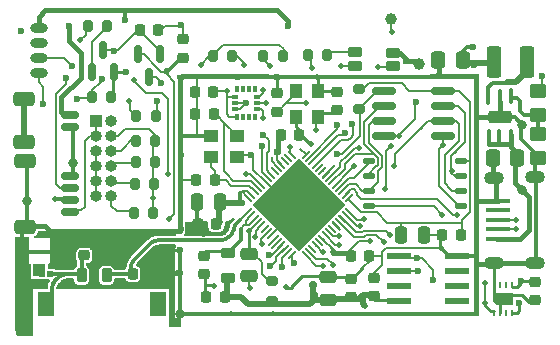
<source format=gbr>
%TF.GenerationSoftware,KiCad,Pcbnew,(6.0.9)*%
%TF.CreationDate,2022-11-24T16:49:11+01:00*%
%TF.ProjectId,LDAD ATOM PRO,4c444144-2041-4544-9f4d-2050524f2e6b,5.3*%
%TF.SameCoordinates,Original*%
%TF.FileFunction,Copper,L1,Top*%
%TF.FilePolarity,Positive*%
%FSLAX46Y46*%
G04 Gerber Fmt 4.6, Leading zero omitted, Abs format (unit mm)*
G04 Created by KiCad (PCBNEW (6.0.9)) date 2022-11-24 16:49:11*
%MOMM*%
%LPD*%
G01*
G04 APERTURE LIST*
G04 Aperture macros list*
%AMRoundRect*
0 Rectangle with rounded corners*
0 $1 Rounding radius*
0 $2 $3 $4 $5 $6 $7 $8 $9 X,Y pos of 4 corners*
0 Add a 4 corners polygon primitive as box body*
4,1,4,$2,$3,$4,$5,$6,$7,$8,$9,$2,$3,0*
0 Add four circle primitives for the rounded corners*
1,1,$1+$1,$2,$3*
1,1,$1+$1,$4,$5*
1,1,$1+$1,$6,$7*
1,1,$1+$1,$8,$9*
0 Add four rect primitives between the rounded corners*
20,1,$1+$1,$2,$3,$4,$5,0*
20,1,$1+$1,$4,$5,$6,$7,0*
20,1,$1+$1,$6,$7,$8,$9,0*
20,1,$1+$1,$8,$9,$2,$3,0*%
%AMRotRect*
0 Rectangle, with rotation*
0 The origin of the aperture is its center*
0 $1 length*
0 $2 width*
0 $3 Rotation angle, in degrees counterclockwise*
0 Add horizontal line*
21,1,$1,$2,0,0,$3*%
%AMFreePoly0*
4,1,6,0.500000,-0.850000,-0.500000,-0.850000,-0.500000,0.550000,-0.200000,0.850000,0.500000,0.850000,0.500000,-0.850000,0.500000,-0.850000,$1*%
G04 Aperture macros list end*
%TA.AperFunction,NonConductor*%
%ADD10C,0.200000*%
%TD*%
%TA.AperFunction,SMDPad,CuDef*%
%ADD11RoundRect,0.225000X-0.250000X0.225000X-0.250000X-0.225000X0.250000X-0.225000X0.250000X0.225000X0*%
%TD*%
%TA.AperFunction,SMDPad,CuDef*%
%ADD12RoundRect,0.250000X0.475000X-0.250000X0.475000X0.250000X-0.475000X0.250000X-0.475000X-0.250000X0*%
%TD*%
%TA.AperFunction,SMDPad,CuDef*%
%ADD13RoundRect,0.250000X-0.450000X0.350000X-0.450000X-0.350000X0.450000X-0.350000X0.450000X0.350000X0*%
%TD*%
%TA.AperFunction,SMDPad,CuDef*%
%ADD14RoundRect,0.250000X-0.250000X-0.475000X0.250000X-0.475000X0.250000X0.475000X-0.250000X0.475000X0*%
%TD*%
%TA.AperFunction,SMDPad,CuDef*%
%ADD15RoundRect,0.200000X-0.200000X-0.275000X0.200000X-0.275000X0.200000X0.275000X-0.200000X0.275000X0*%
%TD*%
%TA.AperFunction,SMDPad,CuDef*%
%ADD16R,1.300000X1.000000*%
%TD*%
%TA.AperFunction,SMDPad,CuDef*%
%ADD17RoundRect,0.225000X0.225000X0.250000X-0.225000X0.250000X-0.225000X-0.250000X0.225000X-0.250000X0*%
%TD*%
%TA.AperFunction,ComponentPad*%
%ADD18R,1.000000X1.000000*%
%TD*%
%TA.AperFunction,ComponentPad*%
%ADD19O,1.000000X1.000000*%
%TD*%
%TA.AperFunction,SMDPad,CuDef*%
%ADD20RoundRect,0.050000X-0.238649X-0.309359X0.309359X0.238649X0.238649X0.309359X-0.309359X-0.238649X0*%
%TD*%
%TA.AperFunction,SMDPad,CuDef*%
%ADD21RoundRect,0.050000X0.238649X-0.309359X0.309359X-0.238649X-0.238649X0.309359X-0.309359X0.238649X0*%
%TD*%
%TA.AperFunction,SMDPad,CuDef*%
%ADD22RotRect,5.600000X5.600000X45.000000*%
%TD*%
%TA.AperFunction,SMDPad,CuDef*%
%ADD23RoundRect,0.200000X0.275000X-0.200000X0.275000X0.200000X-0.275000X0.200000X-0.275000X-0.200000X0*%
%TD*%
%TA.AperFunction,SMDPad,CuDef*%
%ADD24RoundRect,0.200000X0.200000X0.275000X-0.200000X0.275000X-0.200000X-0.275000X0.200000X-0.275000X0*%
%TD*%
%TA.AperFunction,SMDPad,CuDef*%
%ADD25RoundRect,0.225000X-0.225000X-0.250000X0.225000X-0.250000X0.225000X0.250000X-0.225000X0.250000X0*%
%TD*%
%TA.AperFunction,ConnectorPad*%
%ADD26R,2.000000X0.400000*%
%TD*%
%TA.AperFunction,ComponentPad*%
%ADD27O,1.700000X1.100000*%
%TD*%
%TA.AperFunction,SMDPad,CuDef*%
%ADD28RoundRect,0.225000X0.250000X-0.225000X0.250000X0.225000X-0.250000X0.225000X-0.250000X-0.225000X0*%
%TD*%
%TA.AperFunction,SMDPad,CuDef*%
%ADD29R,0.250000X0.550000*%
%TD*%
%TA.AperFunction,SMDPad,CuDef*%
%ADD30FreePoly0,90.000000*%
%TD*%
%TA.AperFunction,SMDPad,CuDef*%
%ADD31R,1.100000X2.250000*%
%TD*%
%TA.AperFunction,SMDPad,CuDef*%
%ADD32R,1.050000X1.100000*%
%TD*%
%TA.AperFunction,SMDPad,CuDef*%
%ADD33RoundRect,0.250000X0.337500X0.475000X-0.337500X0.475000X-0.337500X-0.475000X0.337500X-0.475000X0*%
%TD*%
%TA.AperFunction,SMDPad,CuDef*%
%ADD34C,1.000000*%
%TD*%
%TA.AperFunction,SMDPad,CuDef*%
%ADD35RoundRect,0.250000X-0.375000X-1.075000X0.375000X-1.075000X0.375000X1.075000X-0.375000X1.075000X0*%
%TD*%
%TA.AperFunction,SMDPad,CuDef*%
%ADD36RoundRect,0.150000X-0.825000X-0.150000X0.825000X-0.150000X0.825000X0.150000X-0.825000X0.150000X0*%
%TD*%
%TA.AperFunction,SMDPad,CuDef*%
%ADD37R,1.400000X2.100000*%
%TD*%
%TA.AperFunction,SMDPad,CuDef*%
%ADD38RoundRect,0.150000X-0.150000X0.587500X-0.150000X-0.587500X0.150000X-0.587500X0.150000X0.587500X0*%
%TD*%
%TA.AperFunction,SMDPad,CuDef*%
%ADD39RoundRect,0.150000X0.150000X-0.587500X0.150000X0.587500X-0.150000X0.587500X-0.150000X-0.587500X0*%
%TD*%
%TA.AperFunction,SMDPad,CuDef*%
%ADD40RoundRect,0.218750X0.381250X-0.218750X0.381250X0.218750X-0.381250X0.218750X-0.381250X-0.218750X0*%
%TD*%
%TA.AperFunction,SMDPad,CuDef*%
%ADD41RoundRect,0.124800X-0.475200X-0.275200X0.475200X-0.275200X0.475200X0.275200X-0.475200X0.275200X0*%
%TD*%
%TA.AperFunction,SMDPad,CuDef*%
%ADD42R,25.500000X0.400000*%
%TD*%
%TA.AperFunction,SMDPad,CuDef*%
%ADD43R,0.400000X20.500000*%
%TD*%
%TA.AperFunction,SMDPad,CuDef*%
%ADD44RoundRect,0.100000X-0.100000X-0.550000X0.100000X-0.550000X0.100000X0.550000X-0.100000X0.550000X0*%
%TD*%
%TA.AperFunction,SMDPad,CuDef*%
%ADD45RoundRect,0.262500X0.737500X0.262500X-0.737500X0.262500X-0.737500X-0.262500X0.737500X-0.262500X0*%
%TD*%
%TA.AperFunction,SMDPad,CuDef*%
%ADD46RoundRect,0.100000X0.100000X0.550000X-0.100000X0.550000X-0.100000X-0.550000X0.100000X-0.550000X0*%
%TD*%
%TA.AperFunction,SMDPad,CuDef*%
%ADD47RoundRect,0.150000X-0.625000X0.150000X-0.625000X-0.150000X0.625000X-0.150000X0.625000X0.150000X0*%
%TD*%
%TA.AperFunction,SMDPad,CuDef*%
%ADD48RoundRect,0.250000X-0.650000X0.350000X-0.650000X-0.350000X0.650000X-0.350000X0.650000X0.350000X0*%
%TD*%
%TA.AperFunction,SMDPad,CuDef*%
%ADD49RoundRect,0.066000X-0.404000X-0.154000X0.404000X-0.154000X0.404000X0.154000X-0.404000X0.154000X0*%
%TD*%
%TA.AperFunction,SMDPad,CuDef*%
%ADD50RoundRect,0.218750X-0.218750X-0.381250X0.218750X-0.381250X0.218750X0.381250X-0.218750X0.381250X0*%
%TD*%
%TA.AperFunction,SMDPad,CuDef*%
%ADD51R,0.400000X5.700000*%
%TD*%
%TA.AperFunction,SMDPad,CuDef*%
%ADD52R,0.500000X0.500000*%
%TD*%
%TA.AperFunction,SMDPad,CuDef*%
%ADD53R,25.400000X0.400000*%
%TD*%
%TA.AperFunction,SMDPad,CuDef*%
%ADD54R,0.400000X13.300000*%
%TD*%
%TA.AperFunction,SMDPad,CuDef*%
%ADD55RoundRect,0.041300X0.948700X0.253700X-0.948700X0.253700X-0.948700X-0.253700X0.948700X-0.253700X0*%
%TD*%
%TA.AperFunction,SMDPad,CuDef*%
%ADD56R,0.350000X0.580000*%
%TD*%
%TA.AperFunction,SMDPad,CuDef*%
%ADD57R,0.580000X0.350000*%
%TD*%
%TA.AperFunction,SMDPad,CuDef*%
%ADD58R,1.000000X1.300000*%
%TD*%
%TA.AperFunction,SMDPad,CuDef*%
%ADD59O,1.500000X0.800000*%
%TD*%
%TA.AperFunction,ViaPad*%
%ADD60C,0.800000*%
%TD*%
%TA.AperFunction,ViaPad*%
%ADD61C,0.600000*%
%TD*%
%TA.AperFunction,ViaPad*%
%ADD62C,0.500000*%
%TD*%
%TA.AperFunction,ViaPad*%
%ADD63C,0.700000*%
%TD*%
%TA.AperFunction,Conductor*%
%ADD64C,0.510000*%
%TD*%
%TA.AperFunction,Conductor*%
%ADD65C,0.200000*%
%TD*%
%TA.AperFunction,Conductor*%
%ADD66C,0.300000*%
%TD*%
%TA.AperFunction,Conductor*%
%ADD67C,0.320000*%
%TD*%
%TA.AperFunction,Conductor*%
%ADD68C,0.250000*%
%TD*%
%TA.AperFunction,Conductor*%
%ADD69C,0.400000*%
%TD*%
%TA.AperFunction,Conductor*%
%ADD70C,0.150000*%
%TD*%
%TA.AperFunction,Conductor*%
%ADD71C,0.180000*%
%TD*%
%TA.AperFunction,Conductor*%
%ADD72C,0.350000*%
%TD*%
G04 APERTURE END LIST*
D10*
X129477990Y-88167989D02*
G75*
G03*
X129477990Y-88167989I-197990J0D01*
G01*
D11*
%TO.P,EC20,1*%
%TO.N,Net-(EC20-Pad1)*%
X132490000Y-103765000D03*
%TO.P,EC20,2*%
%TO.N,GND*%
X132490000Y-105315000D03*
%TD*%
D12*
%TO.P,EC18,1*%
%TO.N,3V3*%
X142960000Y-107490000D03*
%TO.P,EC18,2*%
%TO.N,GND*%
X142960000Y-105590000D03*
%TD*%
D11*
%TO.P,AUC1,1*%
%TO.N,GND*%
X146860000Y-105625000D03*
%TO.P,AUC1,2*%
%TO.N,3V3*%
X146860000Y-107175000D03*
%TD*%
D13*
%TO.P,AR1,1*%
%TO.N,3V3*%
X160690000Y-89850000D03*
%TO.P,AR1,2*%
%TO.N,Net-(AR1-Pad2)*%
X160690000Y-91850000D03*
%TD*%
D14*
%TO.P,EC25,1*%
%TO.N,VDD_SPI*%
X149140000Y-102010000D03*
%TO.P,EC25,2*%
%TO.N,GND*%
X151040000Y-102010000D03*
%TD*%
D15*
%TO.P,LR1,1*%
%TO.N,IO36_LED_R*%
X141215000Y-86810000D03*
%TO.P,LR1,2*%
%TO.N,Net-(LED1-Pad3)*%
X142865000Y-86810000D03*
%TD*%
D16*
%TO.P,ECY3,1,1*%
%TO.N,Net-(EC61-Pad1)*%
X133020000Y-95412500D03*
%TO.P,ECY3,2,2*%
%TO.N,GND*%
X135220000Y-95412500D03*
%TO.P,ECY3,3,3*%
%TO.N,Net-(EC60-Pad1)*%
X135220000Y-93612500D03*
%TO.P,ECY3,4,4*%
%TO.N,GND*%
X133020000Y-93612500D03*
%TD*%
D17*
%TO.P,EC60,1*%
%TO.N,Net-(EC60-Pad1)*%
X133255000Y-91730000D03*
%TO.P,EC60,2*%
%TO.N,GND*%
X131705000Y-91730000D03*
%TD*%
%TO.P,EC61,1*%
%TO.N,Net-(EC61-Pad1)*%
X133355000Y-97350000D03*
%TO.P,EC61,2*%
%TO.N,GND*%
X131805000Y-97350000D03*
%TD*%
D18*
%TO.P,J1,1,Pin_1*%
%TO.N,ADC_OUT*%
X123305000Y-92325000D03*
D19*
%TO.P,J1,2,Pin_2*%
%TO.N,GPIO8_I2C_SDA*%
X124575000Y-92325000D03*
%TO.P,J1,3,Pin_3*%
%TO.N,ADC_OUT*%
X123305000Y-93595000D03*
%TO.P,J1,4,Pin_4*%
%TO.N,GPIO06_EXT_PLUG2*%
X124575000Y-93595000D03*
%TO.P,J1,5,Pin_5*%
%TO.N,GND*%
X123305000Y-94865000D03*
%TO.P,J1,6,Pin_6*%
%TO.N,Net-(EXP_R1-Pad2)*%
X124575000Y-94865000D03*
%TO.P,J1,7,Pin_7*%
%TO.N,GND*%
X123305000Y-96135000D03*
%TO.P,J1,8,Pin_8*%
%TO.N,Net-(EXP_R2-Pad2)*%
X124575000Y-96135000D03*
%TO.P,J1,9,Pin_9*%
%TO.N,GND*%
X123305000Y-97405000D03*
%TO.P,J1,10,Pin_10*%
%TO.N,Net-(EXP_R3-Pad2)*%
X124575000Y-97405000D03*
%TO.P,J1,11,Pin_11*%
%TO.N,GND*%
X123305000Y-98675000D03*
%TO.P,J1,12,Pin_12*%
%TO.N,Net-(EXP_R4-Pad2)*%
X124575000Y-98675000D03*
%TD*%
D20*
%TO.P,ESP32S3,1,LNA_IN/RF*%
%TO.N,Net-(EC38-Pad1)*%
X136180894Y-100062202D03*
%TO.P,ESP32S3,2,VDD3P3*%
%TO.N,Net-(EC20-Pad1)*%
X136463737Y-100345045D03*
%TO.P,ESP32S3,3,VDD3P3*%
X136746579Y-100627887D03*
%TO.P,ESP32S3,4,CHIP_PU/RESET*%
%TO.N,CHIP_EN*%
X137029422Y-100910730D03*
%TO.P,ESP32S3,5,GPIO0/BOOT*%
%TO.N,ESP_GPIO0_BOOT-DTR*%
X137312265Y-101193573D03*
%TO.P,ESP32S3,6,GPIO1/ADC1_CH0*%
%TO.N,unconnected-(ESP32S3-Pad6)*%
X137595107Y-101476415D03*
%TO.P,ESP32S3,7,GPIO2/ADC1_CH1*%
%TO.N,GPIO2_PLUG_PWR_3V3*%
X137877950Y-101759258D03*
%TO.P,ESP32S3,8,GPIO3/ADC1_CH2*%
%TO.N,GND*%
X138160793Y-102042101D03*
%TO.P,ESP32S3,9,GPIO4/ADC1_CH3*%
%TO.N,unconnected-(ESP32S3-Pad9)*%
X138443636Y-102324944D03*
%TO.P,ESP32S3,10,GPIO5/ADC1_CH4*%
%TO.N,GPIO10_EXT_PLUG1*%
X138726478Y-102607786D03*
%TO.P,ESP32S3,11,GPIO6/ADC1_CH5*%
%TO.N,GPIO06_EXT_PLUG2*%
X139009321Y-102890629D03*
%TO.P,ESP32S3,12,GPIO7/ADC1_CH6*%
%TO.N,VOLTAGE_REF*%
X139292164Y-103173472D03*
%TO.P,ESP32S3,13,GPIO8/ADC1_CH7*%
%TO.N,GPIO8_I2C_SDA*%
X139575006Y-103456314D03*
%TO.P,ESP32S3,14,GPIO9/ADC1_CH8*%
%TO.N,GPIO9_I2C_SCL*%
X139857849Y-103739157D03*
D21*
%TO.P,ESP32S3,15,GPIO10/ADC1_CH9*%
%TO.N,LCD2_LED_IO10*%
X141042253Y-103739157D03*
%TO.P,ESP32S3,16,GPIO11/ADC2_CH0*%
%TO.N,LCD2_DC_IO11*%
X141325096Y-103456314D03*
%TO.P,ESP32S3,17,GPIO12/ADC2_CH1*%
%TO.N,unconnected-(ESP32S3-Pad17)*%
X141607938Y-103173472D03*
%TO.P,ESP32S3,18,GPIO13/ADC2_CH2*%
%TO.N,LCD2_RST_IO13*%
X141890781Y-102890629D03*
%TO.P,ESP32S3,19,GPIO14/ADC2_CH3*%
%TO.N,unconnected-(ESP32S3-Pad19)*%
X142173624Y-102607786D03*
%TO.P,ESP32S3,20,VDD3P3_RTC*%
%TO.N,3V3*%
X142456466Y-102324944D03*
%TO.P,ESP32S3,21,GPIO15/ADC2_CH4/XTAL_32K_P*%
%TO.N,Net-(EC51-Pad1)*%
X142739309Y-102042101D03*
%TO.P,ESP32S3,22,GPIO16/ADC2_CH5/XTAL_32K_N*%
%TO.N,Net-(EC50-Pad1)*%
X143022152Y-101759258D03*
%TO.P,ESP32S3,23,GPIO17/ADC2_CH6/DAC_2*%
%TO.N,unconnected-(ESP32S3-Pad23)*%
X143304995Y-101476415D03*
%TO.P,ESP32S3,24,GPIO18/ADC2_CH7/DAC_1*%
%TO.N,unconnected-(ESP32S3-Pad24)*%
X143587837Y-101193573D03*
%TO.P,ESP32S3,25,GPIO19/USB_D-/ADC2_CH8*%
%TO.N,USB_D-*%
X143870680Y-100910730D03*
%TO.P,ESP32S3,26,GPIO20/USB_D+/ADC2_CH9*%
%TO.N,USB_D+*%
X144153523Y-100627887D03*
%TO.P,ESP32S3,27,GPIO21*%
%TO.N,LCD2_CS_IO21*%
X144436365Y-100345045D03*
%TO.P,ESP32S3,28,SPI_CS1/GPIO26*%
%TO.N,SPICS1*%
X144719208Y-100062202D03*
D20*
%TO.P,ESP32S3,29,VDD_SPI*%
%TO.N,VDD_SPI*%
X144719208Y-98877798D03*
%TO.P,ESP32S3,30,SPIHD/GPIO27*%
%TO.N,SPIHD*%
X144436365Y-98594955D03*
%TO.P,ESP32S3,31,SPIWP/GPIO28*%
%TO.N,SPIWP*%
X144153523Y-98312113D03*
%TO.P,ESP32S3,32,SPICS0/GPIO29*%
%TO.N,SPICS0*%
X143870680Y-98029270D03*
%TO.P,ESP32S3,33,SPICLK/GPIO30*%
%TO.N,SPICLK*%
X143587837Y-97746427D03*
%TO.P,ESP32S3,34,SPIQ/GPIO31*%
%TO.N,SPIQ*%
X143304995Y-97463585D03*
%TO.P,ESP32S3,35,SPID/GPIO32*%
%TO.N,SPID*%
X143022152Y-97180742D03*
%TO.P,ESP32S3,36,SPICLK_N/GPIO48*%
%TO.N,unconnected-(ESP32S3-Pad36)*%
X142739309Y-96897899D03*
%TO.P,ESP32S3,37,SPICLK_P/GPIO47*%
%TO.N,unconnected-(ESP32S3-Pad37)*%
X142456466Y-96615056D03*
%TO.P,ESP32S3,38,GPIO33*%
%TO.N,unconnected-(ESP32S3-Pad38)*%
X142173624Y-96332214D03*
%TO.P,ESP32S3,39,GPIO34*%
%TO.N,IO34_LED_B*%
X141890781Y-96049371D03*
%TO.P,ESP32S3,40,GPIO35*%
%TO.N,IO35_LED_G*%
X141607938Y-95766528D03*
%TO.P,ESP32S3,41,GPIO36*%
%TO.N,IO36_LED_R*%
X141325096Y-95483686D03*
%TO.P,ESP32S3,42,GPIO37*%
%TO.N,unconnected-(ESP32S3-Pad42)*%
X141042253Y-95200843D03*
D21*
%TO.P,ESP32S3,43,GPIO38*%
%TO.N,GPIO38_IMU_CS*%
X139857849Y-95200843D03*
%TO.P,ESP32S3,44,MTCK/JTAG/GPIO39*%
%TO.N,unconnected-(ESP32S3-Pad44)*%
X139575006Y-95483686D03*
%TO.P,ESP32S3,45,MTDO/JTAG/GPIO40*%
%TO.N,unconnected-(ESP32S3-Pad45)*%
X139292164Y-95766528D03*
%TO.P,ESP32S3,46,VDD3P3_CPU*%
%TO.N,3V3*%
X139009321Y-96049371D03*
%TO.P,ESP32S3,47,MTDI/JTAG/GPIO41*%
%TO.N,unconnected-(ESP32S3-Pad47)*%
X138726478Y-96332214D03*
%TO.P,ESP32S3,48,MTMS/JTAG/GPIO42*%
%TO.N,unconnected-(ESP32S3-Pad48)*%
X138443636Y-96615056D03*
%TO.P,ESP32S3,49,U0TXD/PROG/GPIO43*%
%TO.N,Net-(ER2-Pad2)*%
X138160793Y-96897899D03*
%TO.P,ESP32S3,50,U0RXD/PROG/GPIO44*%
%TO.N,RXD0*%
X137877950Y-97180742D03*
%TO.P,ESP32S3,51,GPIO45*%
%TO.N,GND*%
X137595107Y-97463585D03*
%TO.P,ESP32S3,52,GPIO46*%
%TO.N,ESP_GPIO0_BOOT-DTR*%
X137312265Y-97746427D03*
%TO.P,ESP32S3,53,XTAL_N*%
%TO.N,Net-(EC60-Pad1)*%
X137029422Y-98029270D03*
%TO.P,ESP32S3,54,XTAL_P*%
%TO.N,Net-(EC61-Pad1)*%
X136746579Y-98312113D03*
%TO.P,ESP32S3,55,VDDA*%
%TO.N,3V3*%
X136463737Y-98594955D03*
%TO.P,ESP32S3,56,VDDA*%
X136180894Y-98877798D03*
D22*
%TO.P,ESP32S3,57,GND*%
%TO.N,GND*%
X140450051Y-99470000D03*
%TD*%
D23*
%TO.P,ER1,1*%
%TO.N,3V3*%
X138220000Y-107567500D03*
%TO.P,ER1,2*%
%TO.N,CHIP_EN*%
X138220000Y-105917500D03*
%TD*%
D24*
%TO.P,ER3,1*%
%TO.N,3V3*%
X124575000Y-90310000D03*
%TO.P,ER3,2*%
%TO.N,ESP_GPIO0_BOOT-DTR*%
X122925000Y-90310000D03*
%TD*%
D25*
%TO.P,EC38,1*%
%TO.N,Net-(EC38-Pad1)*%
X126415000Y-105320000D03*
%TO.P,EC38,2*%
%TO.N,GND*%
X127965000Y-105320000D03*
%TD*%
D26*
%TO.P,J2,1,VBUS*%
%TO.N,5V0*%
X157325000Y-102330000D03*
%TO.P,J2,2,D-*%
%TO.N,USB_D-*%
X157325000Y-101530000D03*
%TO.P,J2,3,D+*%
%TO.N,USB_D+*%
X157330000Y-100725000D03*
%TO.P,J2,4,ID*%
%TO.N,unconnected-(J2-Pad4)*%
X157320000Y-99935000D03*
%TO.P,J2,5,GND*%
%TO.N,GND*%
X157330000Y-99155000D03*
D27*
%TO.P,J2,6,Shield*%
X156990000Y-97160000D03*
X160470000Y-97140000D03*
X160470000Y-104360000D03*
X157000000Y-104350000D03*
%TD*%
D28*
%TO.P,SHC1,1*%
%TO.N,GND*%
X160450000Y-107535000D03*
%TO.P,SHC1,2*%
%TO.N,3V3*%
X160450000Y-105985000D03*
%TD*%
D23*
%TO.P,PSR1,1*%
%TO.N,SPICS1*%
X145530000Y-91312500D03*
%TO.P,PSR1,2*%
%TO.N,VDD_SPI*%
X145530000Y-89662500D03*
%TD*%
D29*
%TO.P,SH1,1,SDA*%
%TO.N,GPIO8_I2C_SDA*%
X157010000Y-108635000D03*
%TO.P,SH1,2,ADDR*%
%TO.N,GND*%
X157510000Y-108635000D03*
%TO.P,SH1,3,ALERT*%
%TO.N,unconnected-(SH1-Pad3)*%
X158010000Y-108635000D03*
%TO.P,SH1,4,SCL*%
%TO.N,GPIO9_I2C_SCL*%
X158510000Y-108635000D03*
%TO.P,SH1,5,VDD*%
%TO.N,3V3*%
X158510000Y-106285000D03*
%TO.P,SH1,6,~{RESET}*%
%TO.N,unconnected-(SH1-Pad6)*%
X158010000Y-106285000D03*
%TO.P,SH1,7,R*%
%TO.N,unconnected-(SH1-Pad7)*%
X157510000Y-106285000D03*
%TO.P,SH1,8,VSS*%
%TO.N,GND*%
X157010000Y-106285000D03*
D30*
%TO.P,SH1,9,VSS*%
X157760000Y-107460000D03*
%TD*%
D31*
%TO.P,J20,1,GND*%
%TO.N,GND*%
X117020000Y-103460000D03*
%TO.P,J20,2,GND*%
X119970000Y-103460000D03*
D32*
%TO.P,J20,3,SIG*%
%TO.N,unconnected-(J20-Pad3)*%
X118495000Y-105010000D03*
%TD*%
D25*
%TO.P,EC26,1*%
%TO.N,3V3*%
X144875000Y-103770000D03*
%TO.P,EC26,2*%
%TO.N,GND*%
X146425000Y-103770000D03*
%TD*%
D33*
%TO.P,AC1,1*%
%TO.N,3V3*%
X154357500Y-87190000D03*
%TO.P,AC1,2*%
%TO.N,GND*%
X152282500Y-87190000D03*
%TD*%
D11*
%TO.P,MCPC2,1*%
%TO.N,GND*%
X130640000Y-85455000D03*
%TO.P,MCPC2,2*%
%TO.N,VOLTAGE_REF*%
X130640000Y-87005000D03*
%TD*%
D12*
%TO.P,EC40,1*%
%TO.N,GND*%
X136280000Y-105520000D03*
%TO.P,EC40,2*%
%TO.N,CHIP_EN*%
X136280000Y-103620000D03*
%TD*%
D34*
%TO.P,TP2,1,1*%
%TO.N,3V3*%
X150660000Y-87530000D03*
%TD*%
D28*
%TO.P,EC17,1*%
%TO.N,3V3*%
X144870000Y-107295000D03*
%TO.P,EC17,2*%
%TO.N,GND*%
X144870000Y-105745000D03*
%TD*%
D35*
%TO.P,AL1,1,1*%
%TO.N,3V3*%
X157020000Y-87400000D03*
%TO.P,AL1,2,2*%
%TO.N,Net-(AL1-Pad2)*%
X159820000Y-87400000D03*
%TD*%
D36*
%TO.P,EPS1,1,~{CE}*%
%TO.N,SPICS1*%
X147715000Y-89825000D03*
%TO.P,EPS1,2,SIO1*%
%TO.N,SPIQ*%
X147715000Y-91095000D03*
%TO.P,EPS1,3,SIO2*%
%TO.N,SPIWP*%
X147715000Y-92365000D03*
%TO.P,EPS1,4,VSS*%
%TO.N,GND*%
X147715000Y-93635000D03*
%TO.P,EPS1,5,SiO0*%
%TO.N,SPID*%
X152665000Y-93635000D03*
%TO.P,EPS1,6,SCLK*%
%TO.N,SPICLK*%
X152665000Y-92365000D03*
%TO.P,EPS1,7,SIO3*%
%TO.N,SPIHD*%
X152665000Y-91095000D03*
%TO.P,EPS1,8,VCC*%
%TO.N,VDD_SPI*%
X152665000Y-89825000D03*
%TD*%
D15*
%TO.P,ICR1,1*%
%TO.N,3V3*%
X133175000Y-86890000D03*
%TO.P,ICR1,2*%
%TO.N,GPIO9_I2C_SCL*%
X134825000Y-86890000D03*
%TD*%
D37*
%TO.P,ANT1,1,1*%
%TO.N,Net-(ANT1-Pad1)*%
X119040000Y-107880000D03*
%TO.P,ANT1,2,2*%
%TO.N,unconnected-(ANT1-Pad2)*%
X128540000Y-107880000D03*
%TD*%
D25*
%TO.P,EC16,1*%
%TO.N,3V3*%
X138975000Y-93570000D03*
%TO.P,EC16,2*%
%TO.N,GND*%
X140525000Y-93570000D03*
%TD*%
%TO.P,IMUC1,1*%
%TO.N,GND*%
X131685000Y-89870000D03*
%TO.P,IMUC1,2*%
%TO.N,3V3*%
X133235000Y-89870000D03*
%TD*%
D38*
%TO.P,U1,1,Vin*%
%TO.N,3V3_PLUG*%
X128730000Y-86722500D03*
%TO.P,U1,2,Vout*%
%TO.N,VOLTAGE_REF*%
X126830000Y-86722500D03*
%TO.P,U1,3,Vss*%
%TO.N,GND*%
X127780000Y-88597500D03*
%TD*%
D39*
%TO.P,Q5,1,G*%
%TO.N,Net-(Q5-Pad1)*%
X122970000Y-88217500D03*
%TO.P,Q5,2,S*%
%TO.N,3V3*%
X124870000Y-88217500D03*
%TO.P,Q5,3,D*%
%TO.N,3V3_PLUG*%
X123920000Y-86342500D03*
%TD*%
D28*
%TO.P,EC51,1*%
%TO.N,Net-(EC51-Pad1)*%
X143720000Y-91475000D03*
%TO.P,EC51,2*%
%TO.N,GND*%
X143720000Y-89925000D03*
%TD*%
D25*
%TO.P,EC15,1*%
%TO.N,GND*%
X131925000Y-101070000D03*
%TO.P,EC15,2*%
%TO.N,3V3*%
X133475000Y-101070000D03*
%TD*%
D34*
%TO.P,TP3,1,1*%
%TO.N,GND*%
X124450000Y-102705000D03*
%TD*%
D15*
%TO.P,IDR1,1*%
%TO.N,GPIO8_I2C_SDA*%
X137455000Y-86900000D03*
%TO.P,IDR1,2*%
%TO.N,3V3*%
X139105000Y-86900000D03*
%TD*%
%TO.P,QR1,1*%
%TO.N,GPIO2_PLUG_PWR_3V3*%
X122625000Y-84360000D03*
%TO.P,QR1,2*%
%TO.N,Net-(Q5-Pad1)*%
X124275000Y-84360000D03*
%TD*%
D40*
%TO.P,L2,1,1*%
%TO.N,3V3*%
X134480000Y-105672500D03*
%TO.P,L2,2,2*%
%TO.N,Net-(EC20-Pad1)*%
X134480000Y-103547500D03*
%TD*%
D33*
%TO.P,AC2,1*%
%TO.N,5V0*%
X158987500Y-95470000D03*
%TO.P,AC2,2*%
%TO.N,GND*%
X156912500Y-95470000D03*
%TD*%
D41*
%TO.P,LED1,1,GA*%
%TO.N,IO35_LED_G*%
X145230000Y-87700000D03*
%TO.P,LED1,2,BA*%
%TO.N,IO34_LED_B*%
X148410000Y-87710000D03*
%TO.P,LED1,3,RA*%
%TO.N,Net-(LED1-Pad3)*%
X145230000Y-86560000D03*
%TO.P,LED1,4,K*%
%TO.N,3V3*%
X148420000Y-86590000D03*
%TD*%
D17*
%TO.P,EC19,1*%
%TO.N,3V3*%
X134205000Y-107260000D03*
%TO.P,EC19,2*%
%TO.N,GND*%
X132655000Y-107260000D03*
%TD*%
D42*
%TO.P,,1*%
%TO.N,N/C*%
X142930000Y-108670000D03*
%TD*%
D14*
%TO.P,EC14,1*%
%TO.N,GND*%
X131880000Y-99220000D03*
%TO.P,EC14,2*%
%TO.N,3V3*%
X133780000Y-99220000D03*
%TD*%
D43*
%TO.P,REF\u002A\u002A,1*%
%TO.N,N/C*%
X155530000Y-98650000D03*
%TD*%
D44*
%TO.P,AU1,1,FB*%
%TO.N,Net-(AR1-Pad2)*%
X158440000Y-90290000D03*
%TO.P,AU1,2,GND*%
%TO.N,GND*%
X157500000Y-90295000D03*
D45*
X157475000Y-92010000D03*
D44*
%TO.P,AU1,3,SW*%
%TO.N,Net-(AL1-Pad2)*%
X156515000Y-90295000D03*
D46*
%TO.P,AU1,4,VIN_SW*%
%TO.N,5V0*%
X156545000Y-93685000D03*
%TO.P,AU1,5,VIN_A*%
X157460000Y-93680000D03*
%TO.P,AU1,6,EN*%
X158420000Y-93680000D03*
%TD*%
D47*
%TO.P,I2C2,1,Pin_1*%
%TO.N,GND*%
X121140000Y-97050000D03*
%TO.P,I2C2,2,Pin_2*%
%TO.N,3V3_PLUG*%
X121140000Y-98050000D03*
%TO.P,I2C2,3,Pin_3*%
%TO.N,GPIO9_I2C_SCL*%
X121140000Y-99050000D03*
%TO.P,I2C2,4,Pin_4*%
%TO.N,ADC_OUT*%
X121140000Y-100050000D03*
D48*
%TO.P,I2C2,MP*%
%TO.N,N/C*%
X117265000Y-101350000D03*
X117265000Y-95750000D03*
%TD*%
D24*
%TO.P,EXP_R3,1*%
%TO.N,GPIO06_EXT_PLUG2*%
X128255000Y-97680000D03*
%TO.P,EXP_R3,2*%
%TO.N,Net-(EXP_R3-Pad2)*%
X126605000Y-97680000D03*
%TD*%
D28*
%TO.P,EC50,1*%
%TO.N,Net-(EC50-Pad1)*%
X138620000Y-91575000D03*
%TO.P,EC50,2*%
%TO.N,GND*%
X138620000Y-90025000D03*
%TD*%
D49*
%TO.P,ESP_FLASH1,1,~{CS}*%
%TO.N,SPICS0*%
X146395000Y-95755000D03*
%TO.P,ESP_FLASH1,2,DO(IO1)*%
%TO.N,SPIQ*%
X146395000Y-97025000D03*
%TO.P,ESP_FLASH1,3,IO2*%
%TO.N,SPIWP*%
X146395000Y-98295000D03*
%TO.P,ESP_FLASH1,4,GND*%
%TO.N,GND*%
X146395000Y-99565000D03*
%TO.P,ESP_FLASH1,5,DI(IO0)*%
%TO.N,SPID*%
X154185000Y-99565000D03*
%TO.P,ESP_FLASH1,6,CLK*%
%TO.N,SPICLK*%
X154185000Y-98295000D03*
%TO.P,ESP_FLASH1,7,IO3*%
%TO.N,SPIHD*%
X154185000Y-97025000D03*
%TO.P,ESP_FLASH1,8,VCC*%
%TO.N,VDD_SPI*%
X154185000Y-95755000D03*
%TD*%
D24*
%TO.P,EXP_R4,1*%
%TO.N,GPIO06_EXT_PLUG2*%
X128145000Y-100180000D03*
%TO.P,EXP_R4,2*%
%TO.N,Net-(EXP_R4-Pad2)*%
X126495000Y-100180000D03*
%TD*%
D28*
%TO.P,EC37,1*%
%TO.N,Net-(ANT1-Pad1)*%
X122320000Y-103735000D03*
%TO.P,EC37,2*%
%TO.N,GND*%
X122320000Y-102185000D03*
%TD*%
D17*
%TO.P,MCPC1,1*%
%TO.N,GND*%
X128595000Y-84680000D03*
%TO.P,MCPC1,2*%
%TO.N,3V3_PLUG*%
X127045000Y-84680000D03*
%TD*%
D50*
%TO.P,EL4,1,1*%
%TO.N,Net-(ANT1-Pad1)*%
X122087500Y-105430000D03*
%TO.P,EL4,2,2*%
%TO.N,Net-(EC38-Pad1)*%
X124212500Y-105430000D03*
%TD*%
D13*
%TO.P,AR2,1*%
%TO.N,Net-(AR1-Pad2)*%
X160750000Y-93460000D03*
%TO.P,AR2,2*%
%TO.N,GND*%
X160750000Y-95460000D03*
%TD*%
D47*
%TO.P,J3,1,Pin_1*%
%TO.N,5V0*%
X121080000Y-91840000D03*
%TO.P,J3,2,Pin_2*%
%TO.N,GND*%
X121080000Y-92840000D03*
D48*
%TO.P,J3,3*%
%TO.N,N/C*%
X117205000Y-94140000D03*
X117205000Y-90540000D03*
%TD*%
D51*
%TO.P,,1*%
%TO.N,N/C*%
X130430000Y-105980000D03*
%TD*%
D24*
%TO.P,EXP_R2,1*%
%TO.N,GPIO06_EXT_PLUG2*%
X128315000Y-95870000D03*
%TO.P,EXP_R2,2*%
%TO.N,Net-(EXP_R2-Pad2)*%
X126665000Y-95870000D03*
%TD*%
D52*
%TO.P,REF\u002A\u002A,1*%
%TO.N,N/C*%
X118765000Y-105305000D03*
%TO.P,REF\u002A\u002A,2*%
X119390000Y-105310000D03*
%TD*%
D24*
%TO.P,EXP_R1,1*%
%TO.N,GPIO06_EXT_PLUG2*%
X128335000Y-94050000D03*
%TO.P,EXP_R1,2*%
%TO.N,Net-(EXP_R1-Pad2)*%
X126685000Y-94050000D03*
%TD*%
D53*
%TO.P,,1*%
%TO.N,N/C*%
X142890000Y-88610000D03*
%TD*%
D54*
%TO.P,REF\u002A\u002A,1*%
%TO.N,N/C*%
X130430000Y-95190000D03*
%TD*%
D55*
%TO.P,U2,1*%
%TO.N,N/C*%
X153870000Y-107585000D03*
%TO.P,U2,2*%
X153870000Y-106315000D03*
%TO.P,U2,3*%
X153870000Y-105045000D03*
%TO.P,U2,4,GND*%
%TO.N,GND*%
X153870000Y-103775000D03*
%TO.P,U2,5,SDA*%
%TO.N,GPIO8_I2C_SDA*%
X148930000Y-103775000D03*
%TO.P,U2,6,SCL*%
%TO.N,GPIO9_I2C_SCL*%
X148930000Y-105045000D03*
%TO.P,U2,7*%
%TO.N,N/C*%
X148930000Y-106315000D03*
%TO.P,U2,8,VCC*%
%TO.N,3V3*%
X148930000Y-107585000D03*
%TD*%
D56*
%TO.P,IMU1,1,SDO/SA0*%
%TO.N,unconnected-(IMU1-Pad1)*%
X136760000Y-89655000D03*
%TO.P,IMU1,2,SDX*%
%TO.N,unconnected-(IMU1-Pad2)*%
X136260000Y-89655000D03*
%TO.P,IMU1,3,SCX*%
%TO.N,unconnected-(IMU1-Pad3)*%
X135760000Y-89655000D03*
%TO.P,IMU1,4,INT1*%
%TO.N,unconnected-(IMU1-Pad4)*%
X135260000Y-89655000D03*
D57*
%TO.P,IMU1,5,VDDIO*%
%TO.N,3V3*%
X135085000Y-90330000D03*
%TO.P,IMU1,6,GND*%
%TO.N,GND*%
X135085000Y-90830000D03*
%TO.P,IMU1,7,GND*%
X135085000Y-91330000D03*
D56*
%TO.P,IMU1,8,VDD*%
%TO.N,3V3*%
X135260000Y-92005000D03*
%TO.P,IMU1,9,INT2*%
%TO.N,unconnected-(IMU1-Pad9)*%
X135760000Y-92005000D03*
%TO.P,IMU1,10,NC*%
%TO.N,unconnected-(IMU1-Pad10)*%
X136260000Y-92005000D03*
%TO.P,IMU1,11,NC*%
%TO.N,unconnected-(IMU1-Pad11)*%
X136760000Y-92005000D03*
D57*
%TO.P,IMU1,12,CS*%
%TO.N,GPIO38_IMU_CS*%
X136935000Y-91330000D03*
%TO.P,IMU1,13,SCL*%
%TO.N,GPIO9_I2C_SCL*%
X136935000Y-90830000D03*
%TO.P,IMU1,14,SDA*%
%TO.N,GPIO8_I2C_SDA*%
X136935000Y-90330000D03*
%TD*%
D15*
%TO.P,ER2,1*%
%TO.N,TXD0*%
X126695000Y-91900000D03*
%TO.P,ER2,2*%
%TO.N,Net-(ER2-Pad2)*%
X128345000Y-91900000D03*
%TD*%
D17*
%TO.P,EC24,1*%
%TO.N,VDD_SPI*%
X154175000Y-101980000D03*
%TO.P,EC24,2*%
%TO.N,GND*%
X152625000Y-101980000D03*
%TD*%
D58*
%TO.P,ECY2,1,1*%
%TO.N,Net-(EC51-Pad1)*%
X142060000Y-92000000D03*
%TO.P,ECY2,2,2*%
%TO.N,GND*%
X142060000Y-89800000D03*
%TO.P,ECY2,3,3*%
%TO.N,Net-(EC50-Pad1)*%
X140260000Y-89800000D03*
%TO.P,ECY2,4,4*%
%TO.N,GND*%
X140260000Y-92000000D03*
%TD*%
D34*
%TO.P,TP1,1,1*%
%TO.N,5V0*%
X148300000Y-83700000D03*
%TD*%
D59*
%TO.P,ICSP1,5,Pin_5*%
%TO.N,CHIP_EN*%
X118460500Y-88305000D03*
%TO.P,ICSP1,6,Pin_6*%
%TO.N,ESP_GPIO0_BOOT-DTR*%
X118460500Y-87035000D03*
%TO.P,ICSP1,7,Pin_7*%
%TO.N,unconnected-(ICSP1-Pad7)*%
X118460500Y-85765000D03*
%TO.P,ICSP1,8,Pin_8*%
%TO.N,3V3*%
X118460500Y-84495000D03*
%TD*%
D60*
%TO.N,GND*%
X143280000Y-99230000D03*
D61*
X138670000Y-88630000D03*
X136010000Y-90800000D03*
D62*
X148950000Y-93630000D03*
D60*
X117430000Y-99150000D03*
X140460000Y-96390000D03*
X142030000Y-100500000D03*
X121390000Y-95900000D03*
X140810000Y-101870000D03*
D62*
X139360000Y-106450000D03*
D60*
X139430000Y-100410000D03*
X138110000Y-98950000D03*
D61*
X130530000Y-95260000D03*
D60*
X130440000Y-108690000D03*
D61*
X152330000Y-88540000D03*
X130410000Y-103290000D03*
D62*
X136320000Y-106470000D03*
X132440000Y-101950000D03*
D61*
X130460000Y-101500000D03*
D60*
X141860000Y-97750000D03*
D62*
X152640000Y-100340000D03*
D61*
X128810000Y-89150000D03*
X136430000Y-95270000D03*
X130520000Y-88730000D03*
D60*
X139210000Y-97790000D03*
D61*
X150420000Y-90790000D03*
D60*
X159400000Y-92680000D03*
D62*
X152510000Y-103110000D03*
X142030000Y-88630000D03*
X133270000Y-106360000D03*
D60*
X140630000Y-99060000D03*
D61*
X130530000Y-84270000D03*
D62*
X141500000Y-94330000D03*
D61*
X135360000Y-88600000D03*
D62*
%TO.N,VOLTAGE_REF*%
X129490000Y-100680000D03*
D61*
X138040000Y-104620000D03*
D62*
%TO.N,Net-(EC50-Pad1)*%
X141110000Y-90830000D03*
X143920000Y-102140000D03*
%TO.N,Net-(EC51-Pad1)*%
X143870000Y-102860000D03*
X141930000Y-93120000D03*
%TO.N,3V3*%
X146491604Y-102565713D03*
D63*
X141680000Y-106210000D03*
D61*
X125760000Y-83810000D03*
X155340000Y-87610000D03*
D62*
X145880000Y-107350000D03*
D61*
X125820000Y-88220000D03*
D63*
X141720000Y-107130000D03*
D61*
X139530000Y-84330000D03*
X135680000Y-99280000D03*
D62*
X134390000Y-89790000D03*
D61*
X138640000Y-95030000D03*
X149590000Y-87250000D03*
D62*
X146050000Y-107990000D03*
D61*
X161100000Y-88540000D03*
D62*
X132180000Y-87590000D03*
X143410000Y-103480000D03*
D61*
X155230000Y-86110000D03*
X159250000Y-105910000D03*
%TO.N,CHIP_EN*%
X118790000Y-90950000D03*
D62*
X136220000Y-101710000D03*
%TO.N,ESP_GPIO0_BOOT-DTR*%
X136770000Y-102200000D03*
X135990000Y-96810000D03*
D61*
X121300500Y-87740000D03*
X123800000Y-88830000D03*
X121700000Y-90460000D03*
%TO.N,GPIO8_I2C_SDA*%
X151870000Y-105810000D03*
X139050000Y-104730000D03*
D62*
X137440000Y-89740000D03*
D61*
X150510000Y-103940000D03*
D62*
X156260000Y-106060000D03*
X156280000Y-107760000D03*
X138010000Y-87690000D03*
%TO.N,USB_D-*%
X158830000Y-101540000D03*
X147650000Y-102600000D03*
%TO.N,SPIHD*%
X153850000Y-100310000D03*
X153450000Y-96580000D03*
%TO.N,SPICLK*%
X145180000Y-96180000D03*
X148530000Y-96180000D03*
%TO.N,SPID*%
X145570000Y-94620000D03*
X152660000Y-94400000D03*
%TO.N,USB_D+*%
X158860000Y-100740000D03*
X148190500Y-101992282D03*
%TO.N,TXD0*%
X126110000Y-90680000D03*
D61*
%TO.N,RXD0*%
X137350000Y-94490000D03*
D62*
%TO.N,GPIO9_I2C_SCL*%
X119860000Y-98930000D03*
X135800000Y-87620000D03*
D61*
X159150000Y-107810000D03*
X140080000Y-104420000D03*
D62*
X137690000Y-90820000D03*
D61*
X150530000Y-105060000D03*
%TO.N,Net-(ER2-Pad2)*%
X128470000Y-90680000D03*
X137430000Y-93580000D03*
%TO.N,SPICS1*%
X143690000Y-95140000D03*
D62*
X145988271Y-100663245D03*
%TO.N,IO35_LED_G*%
X144060000Y-87670000D03*
D61*
X144370000Y-93350000D03*
%TO.N,5V0*%
X116940000Y-84780000D03*
D62*
X148340000Y-84810000D03*
D61*
X121030000Y-84310000D03*
D60*
X159330000Y-98200000D03*
D61*
%TO.N,IO34_LED_B*%
X144970000Y-92640000D03*
D62*
X147170000Y-87810000D03*
D61*
%TO.N,IO36_LED_R*%
X143740000Y-92680000D03*
D62*
X141600000Y-87910000D03*
D61*
%TO.N,GPIO06_EXT_PLUG2*%
X137950000Y-103710000D03*
D62*
X128145000Y-98875000D03*
%TO.N,GPIO38_IMU_CS*%
X137450000Y-92080000D03*
X139750000Y-94540000D03*
%TO.N,GPIO2_PLUG_PWR_3V3*%
X121990000Y-85520000D03*
X126540000Y-88930000D03*
X129370000Y-96840000D03*
X137340000Y-102790000D03*
D61*
%TO.N,3V3_PLUG*%
X120750000Y-88690000D03*
X124800000Y-86400000D03*
D62*
%TO.N,LCD2_CS_IO21*%
X145648166Y-101274500D03*
%TO.N,LCD2_LED_IO10*%
X142500000Y-104620000D03*
%TO.N,LCD2_DC_IO11*%
X143360000Y-104580000D03*
%TO.N,LCD2_RST_IO13*%
X148280000Y-94500000D03*
X142560000Y-103490000D03*
X147780000Y-98090000D03*
%TD*%
D64*
%TO.N,*%
X117205000Y-90540000D02*
X117205000Y-94140000D01*
D65*
%TO.N,GND*%
X136610000Y-96490000D02*
X136610000Y-95450000D01*
D66*
X133760000Y-108670000D02*
X130980000Y-108670000D01*
D65*
X150350000Y-92170000D02*
X150350000Y-90840000D01*
D66*
X155460000Y-88560000D02*
X155460000Y-90390000D01*
D65*
X129060000Y-101630000D02*
X129120000Y-101690000D01*
D67*
X160470000Y-95740000D02*
X160750000Y-95460000D01*
D65*
X148970000Y-93550000D02*
X150350000Y-92170000D01*
X137530000Y-108720000D02*
X137480000Y-108670000D01*
X148885000Y-93635000D02*
X148970000Y-93550000D01*
D68*
X140220000Y-92790000D02*
X140220000Y-92040000D01*
D65*
X130460000Y-101500000D02*
X130460000Y-88700000D01*
D66*
X145160000Y-108670000D02*
X145720000Y-108670000D01*
D67*
X159320000Y-92870000D02*
X159320000Y-92580000D01*
D69*
X131660000Y-101170000D02*
X132380000Y-101890000D01*
D65*
X131570000Y-97630000D02*
X131570000Y-97120000D01*
X130440000Y-88730000D02*
X130440000Y-101480000D01*
X152470000Y-103150000D02*
X147840000Y-103150000D01*
D68*
X144810000Y-108670000D02*
X142930000Y-108670000D01*
X146590000Y-103850000D02*
X146590000Y-103580000D01*
D65*
X131850000Y-88695000D02*
X131850000Y-93540000D01*
D66*
X130460000Y-101500000D02*
X130460000Y-101050000D01*
D69*
X118970000Y-101280000D02*
X117520000Y-101280000D01*
D66*
X155460000Y-94370000D02*
X155460000Y-98560000D01*
D68*
X140220000Y-92040000D02*
X140260000Y-92000000D01*
D66*
X130460000Y-97230000D02*
X130460000Y-88700000D01*
D67*
X160570000Y-97240000D02*
X160470000Y-97140000D01*
D65*
X147550000Y-103440000D02*
X147550000Y-103840000D01*
D66*
X155460000Y-108620000D02*
X155490000Y-108650000D01*
D68*
X159250000Y-107090000D02*
X159350000Y-107090000D01*
D66*
X131830000Y-99030000D02*
X131830000Y-100890000D01*
X130440000Y-108690000D02*
X130440000Y-104470000D01*
D65*
X146920000Y-103770000D02*
X146600000Y-103770000D01*
D68*
X157020000Y-105875000D02*
X157020000Y-105310000D01*
X145120000Y-105570000D02*
X145850000Y-104840000D01*
X157020000Y-104370000D02*
X157000000Y-104350000D01*
D66*
X121320000Y-94070000D02*
X121320000Y-92750000D01*
D68*
X152450000Y-103050000D02*
X152510000Y-103110000D01*
D66*
X121320000Y-96880000D02*
X121260000Y-96940000D01*
X117445000Y-99365000D02*
X117445000Y-99805000D01*
D65*
X135760000Y-95640000D02*
X135760000Y-95487500D01*
D70*
X130640000Y-85280000D02*
X130640000Y-84380000D01*
D68*
X140700000Y-105580000D02*
X140520000Y-105760000D01*
D69*
X124510000Y-102645000D02*
X124450000Y-102705000D01*
D65*
X133100000Y-88590000D02*
X132500000Y-88590000D01*
D69*
X131660000Y-100910000D02*
X131660000Y-101170000D01*
D68*
X143670000Y-89800000D02*
X143720000Y-89750000D01*
X142415000Y-105510000D02*
X140770000Y-105510000D01*
D67*
X160470000Y-104360000D02*
X160570000Y-104260000D01*
D65*
X130570000Y-88590000D02*
X130480000Y-88680000D01*
D66*
X155460000Y-98560000D02*
X155460000Y-103390000D01*
D68*
X142060000Y-89800000D02*
X143670000Y-89800000D01*
X132520000Y-106270000D02*
X132520000Y-105380000D01*
X144870000Y-105570000D02*
X145120000Y-105570000D01*
D66*
X155460000Y-90390000D02*
X155460000Y-91850000D01*
D65*
X146860000Y-105220000D02*
X146860000Y-105450000D01*
D69*
X157510000Y-92005000D02*
X157490000Y-92025000D01*
D65*
X138150051Y-99480000D02*
X139000051Y-99480000D01*
D66*
X138290000Y-108670000D02*
X137480000Y-108670000D01*
D68*
X159350000Y-107090000D02*
X159970000Y-107710000D01*
D65*
X136010000Y-90800000D02*
X136010000Y-90850000D01*
X152450000Y-102050000D02*
X152430000Y-102050000D01*
D68*
X157020000Y-105875000D02*
X157020000Y-104370000D01*
D65*
X147550000Y-104530000D02*
X146860000Y-105220000D01*
D69*
X156912500Y-95470000D02*
X156912500Y-97082500D01*
D68*
X138620000Y-88830000D02*
X138840000Y-88610000D01*
D66*
X130440000Y-95060000D02*
X130440000Y-93100000D01*
X130556250Y-93600000D02*
X131910000Y-93600000D01*
D65*
X146080000Y-99580000D02*
X149830000Y-99580000D01*
D69*
X156885000Y-104490000D02*
X155515000Y-104490000D01*
D65*
X130370000Y-97320000D02*
X130460000Y-97230000D01*
D66*
X134700000Y-108640000D02*
X134670000Y-108670000D01*
X134670000Y-108670000D02*
X133760000Y-108670000D01*
X153922500Y-103785000D02*
X155395000Y-103785000D01*
D67*
X160750000Y-95460000D02*
X160750000Y-95320000D01*
D65*
X134170000Y-88630000D02*
X134090000Y-88550000D01*
D68*
X130430000Y-103310000D02*
X130410000Y-103290000D01*
D69*
X157510000Y-90755000D02*
X157510000Y-92005000D01*
D66*
X117020000Y-103460000D02*
X117020000Y-101780000D01*
D65*
X135760000Y-95487500D02*
X134907500Y-95487500D01*
X137990000Y-102210000D02*
X140272101Y-99927899D01*
D69*
X129730000Y-101690000D02*
X124510000Y-101690000D01*
X124510000Y-101690000D02*
X124510000Y-102645000D01*
D66*
X131780000Y-88550000D02*
X130610000Y-88550000D01*
D65*
X131610000Y-97340000D02*
X130570000Y-97340000D01*
X136280000Y-106430000D02*
X136320000Y-106470000D01*
X146600000Y-103770000D02*
X147480000Y-103770000D01*
X133010000Y-88590000D02*
X132990000Y-88610000D01*
D68*
X144870000Y-105570000D02*
X142980000Y-105570000D01*
D69*
X156912500Y-97082500D02*
X156990000Y-97160000D01*
D66*
X130610000Y-88550000D02*
X130480000Y-88680000D01*
D65*
X123290000Y-98855000D02*
X123290000Y-97585000D01*
D69*
X130395000Y-105140000D02*
X130130000Y-105140000D01*
D65*
X130570000Y-97340000D02*
X130460000Y-97230000D01*
X149830000Y-99580000D02*
X151880000Y-99580000D01*
X152510000Y-103110000D02*
X152470000Y-103150000D01*
D69*
X129730000Y-101690000D02*
X130390000Y-101690000D01*
D66*
X131980000Y-88550000D02*
X131780000Y-88550000D01*
X155460000Y-108000000D02*
X155460000Y-108620000D01*
X117020000Y-103460000D02*
X119970000Y-103460000D01*
D65*
X142800000Y-88520000D02*
X142890000Y-88610000D01*
D66*
X130440000Y-104470000D02*
X130440000Y-103810000D01*
D69*
X157200000Y-99025000D02*
X157330000Y-99155000D01*
D68*
X133260000Y-106270000D02*
X132520000Y-106270000D01*
D67*
X160570000Y-104260000D02*
X160570000Y-97240000D01*
D65*
X131850000Y-93540000D02*
X131910000Y-93600000D01*
D68*
X140700000Y-93570000D02*
X140700000Y-93270000D01*
D66*
X131910000Y-93600000D02*
X132043750Y-93600000D01*
D65*
X136010000Y-90850000D02*
X135530000Y-91330000D01*
D66*
X155410000Y-88550000D02*
X151650000Y-88550000D01*
D69*
X152302500Y-87390000D02*
X152302500Y-88512500D01*
D66*
X155460000Y-93860000D02*
X155460000Y-94370000D01*
X117445000Y-99805000D02*
X117445000Y-96085000D01*
D65*
X130400000Y-95260000D02*
X130400000Y-97170000D01*
D69*
X156840000Y-104390000D02*
X160300000Y-104390000D01*
D66*
X138330000Y-108630000D02*
X138290000Y-108670000D01*
D68*
X138620000Y-89850000D02*
X138620000Y-88830000D01*
X139815000Y-106470000D02*
X139345000Y-106470000D01*
X157510000Y-107297500D02*
X157510000Y-108622500D01*
D65*
X142280000Y-88560000D02*
X152310000Y-88560000D01*
D68*
X153970000Y-103765000D02*
X153165000Y-103765000D01*
X132520000Y-105380000D02*
X132490000Y-105350000D01*
D66*
X135400000Y-88550000D02*
X134090000Y-88550000D01*
D68*
X130410000Y-103290000D02*
X129810000Y-103290000D01*
D69*
X119380000Y-101690000D02*
X118970000Y-101280000D01*
D66*
X117445000Y-99805000D02*
X117445000Y-101355000D01*
D65*
X146395000Y-99565000D02*
X146420000Y-99540000D01*
D69*
X157475000Y-92010000D02*
X155620000Y-92010000D01*
X155500000Y-103680000D02*
X155395000Y-103785000D01*
D65*
X138820000Y-88520000D02*
X142800000Y-88520000D01*
D70*
X128810000Y-89050000D02*
X128810000Y-89150000D01*
D67*
X160750000Y-95320000D02*
X159320000Y-93890000D01*
D65*
X151040000Y-102010000D02*
X152420000Y-102010000D01*
D66*
X117445000Y-99365000D02*
X117445000Y-100405000D01*
X130440000Y-95060000D02*
X130440000Y-88870000D01*
D65*
X132580000Y-88510000D02*
X132500000Y-88590000D01*
D66*
X155455000Y-108700000D02*
X154805000Y-108700000D01*
D65*
X136280000Y-105520000D02*
X136280000Y-106430000D01*
D69*
X157200000Y-96830000D02*
X157200000Y-99025000D01*
X117520000Y-101280000D02*
X117445000Y-101355000D01*
D70*
X127780000Y-88597500D02*
X128357500Y-88597500D01*
D65*
X137595107Y-97463585D02*
X137583585Y-97463585D01*
X135530000Y-91330000D02*
X135097500Y-91330000D01*
D66*
X130440000Y-93100000D02*
X130440000Y-88970000D01*
D68*
X142980000Y-105570000D02*
X142960000Y-105590000D01*
D66*
X135580000Y-108670000D02*
X145160000Y-108670000D01*
X131620000Y-100900000D02*
X131610000Y-100910000D01*
D68*
X130430000Y-105980000D02*
X130430000Y-103310000D01*
D69*
X152302500Y-88512500D02*
X152330000Y-88540000D01*
D68*
X132520000Y-106270000D02*
X132520000Y-107220000D01*
D65*
X147550000Y-103840000D02*
X147550000Y-104530000D01*
D66*
X155015000Y-103785000D02*
X153922500Y-103785000D01*
D68*
X159970000Y-107710000D02*
X160450000Y-107710000D01*
X140770000Y-105510000D02*
X140520000Y-105760000D01*
D66*
X136680000Y-88550000D02*
X135400000Y-88550000D01*
D65*
X149830000Y-99580000D02*
X151300000Y-99580000D01*
D68*
X152450000Y-101980000D02*
X152450000Y-103050000D01*
D66*
X117445000Y-96085000D02*
X117430000Y-96070000D01*
D65*
X147480000Y-103770000D02*
X147550000Y-103840000D01*
X132500000Y-88590000D02*
X130570000Y-88590000D01*
D67*
X159320000Y-92580000D02*
X158750000Y-92010000D01*
D66*
X117020000Y-101780000D02*
X117445000Y-101355000D01*
D67*
X159320000Y-93890000D02*
X159320000Y-92870000D01*
D66*
X130980000Y-108670000D02*
X130460000Y-108670000D01*
D65*
X137220000Y-88520000D02*
X138820000Y-88520000D01*
D66*
X130460000Y-108670000D02*
X130440000Y-108690000D01*
X130460000Y-101050000D02*
X130460000Y-100870000D01*
X155395000Y-103785000D02*
X155400000Y-103790000D01*
D70*
X128357500Y-88597500D02*
X128810000Y-89050000D01*
D68*
X157020000Y-105875000D02*
X157020000Y-106300000D01*
D66*
X132806250Y-93600000D02*
X131273750Y-93600000D01*
D68*
X140700000Y-93270000D02*
X140220000Y-92790000D01*
D66*
X121320000Y-94070000D02*
X121320000Y-96880000D01*
D65*
X146590000Y-104100000D02*
X145860000Y-104830000D01*
D69*
X124510000Y-101690000D02*
X119380000Y-101690000D01*
D68*
X142060000Y-89800000D02*
X142060000Y-88660000D01*
X157020000Y-105310000D02*
X157020000Y-106720000D01*
D65*
X145860000Y-104830000D02*
X145850000Y-104840000D01*
X133100000Y-88590000D02*
X133010000Y-88590000D01*
D69*
X129120000Y-101690000D02*
X129730000Y-101690000D01*
D65*
X137150000Y-88560000D02*
X142280000Y-88560000D01*
X135277500Y-90800000D02*
X136010000Y-90800000D01*
D66*
X155460000Y-103390000D02*
X155460000Y-107040000D01*
X155460000Y-107040000D02*
X155460000Y-108000000D01*
D68*
X132520000Y-107220000D02*
X132480000Y-107260000D01*
X157795000Y-107090000D02*
X159250000Y-107090000D01*
D65*
X139000051Y-99770000D02*
X139000051Y-99480000D01*
D68*
X142060000Y-88660000D02*
X142030000Y-88630000D01*
D66*
X155460000Y-91850000D02*
X155460000Y-93860000D01*
D65*
X135430000Y-88520000D02*
X135400000Y-88550000D01*
X123305000Y-98675000D02*
X123305000Y-94865000D01*
X151880000Y-99580000D02*
X152710000Y-100410000D01*
D70*
X130640000Y-84380000D02*
X130500000Y-84240000D01*
D65*
X137440000Y-97300000D02*
X139444944Y-99304944D01*
D69*
X128775000Y-105270000D02*
X130385000Y-105270000D01*
D66*
X155490000Y-108650000D02*
X155440000Y-108600000D01*
X121320000Y-92750000D02*
X121290000Y-92720000D01*
D68*
X153165000Y-103765000D02*
X152510000Y-103110000D01*
X157010000Y-106207500D02*
X157010000Y-107132500D01*
D70*
X128770000Y-84680000D02*
X129140000Y-84310000D01*
D66*
X137870000Y-88550000D02*
X136680000Y-88550000D01*
X134090000Y-88550000D02*
X131980000Y-88550000D01*
X130460000Y-100870000D02*
X130460000Y-97230000D01*
D69*
X157220000Y-99160000D02*
X155500000Y-99160000D01*
D67*
X158750000Y-92010000D02*
X157475000Y-92010000D01*
D65*
X152420000Y-102010000D02*
X152450000Y-101980000D01*
D70*
X129140000Y-84310000D02*
X130420000Y-84310000D01*
D68*
X141530000Y-94410000D02*
X140670000Y-93550000D01*
D66*
X135580000Y-108670000D02*
X134670000Y-108670000D01*
D68*
X155470000Y-107050000D02*
X155460000Y-107040000D01*
D65*
X130460000Y-88700000D02*
X130480000Y-88680000D01*
X135780000Y-95280000D02*
X136300000Y-95280000D01*
X130400000Y-97170000D02*
X130460000Y-97230000D01*
X152310000Y-88560000D02*
X152330000Y-88540000D01*
X147715000Y-93635000D02*
X148885000Y-93635000D01*
X136610000Y-95450000D02*
X136430000Y-95270000D01*
X130440000Y-101480000D02*
X130460000Y-101500000D01*
X146590000Y-103640000D02*
X146590000Y-104100000D01*
D68*
X140700000Y-105580000D02*
X139810000Y-106470000D01*
X140520000Y-105760000D02*
X139830000Y-106450000D01*
D65*
X136700000Y-88530000D02*
X136680000Y-88550000D01*
X137583585Y-97463585D02*
X136610000Y-96490000D01*
D67*
X160470000Y-97140000D02*
X160470000Y-95740000D01*
D65*
X132480000Y-105360000D02*
X132490000Y-105350000D01*
X147840000Y-103150000D02*
X147550000Y-103440000D01*
D70*
%TO.N,VOLTAGE_REF*%
X129930000Y-100240000D02*
X129490000Y-100680000D01*
X127332500Y-86722500D02*
X128535000Y-87925000D01*
X139346478Y-103123522D02*
X138580000Y-103890000D01*
X128535000Y-87925000D02*
X128820000Y-88210000D01*
X126830000Y-86722500D02*
X127332500Y-86722500D01*
X129290000Y-88210000D02*
X129290000Y-88410000D01*
X129930000Y-89050000D02*
X129930000Y-100240000D01*
X128820000Y-88210000D02*
X129290000Y-88210000D01*
D67*
X130630000Y-86870000D02*
X129290000Y-88210000D01*
X130640000Y-87180000D02*
X130600000Y-87180000D01*
D70*
X138580000Y-103890000D02*
X138580000Y-104190000D01*
X138580000Y-104190000D02*
X138150000Y-104620000D01*
X129290000Y-88410000D02*
X129930000Y-89050000D01*
%TO.N,GPIO10_EXT_PLUG1*%
X138836478Y-102513522D02*
X138200000Y-103150000D01*
X138726478Y-102607786D02*
X138726478Y-102623522D01*
%TO.N,unconnected-(ESP32S3-Pad38)*%
X142173624Y-96332214D02*
X142187786Y-96332214D01*
D68*
%TO.N,Net-(EC50-Pad1)*%
X140260000Y-90030000D02*
X140260000Y-89800000D01*
D70*
X143920000Y-102140000D02*
X143400000Y-102140000D01*
X143022152Y-101762152D02*
X143022152Y-101759258D01*
X143400000Y-102140000D02*
X143022152Y-101762152D01*
X139425000Y-90865000D02*
X141105000Y-90865000D01*
X139425000Y-90865000D02*
X140260000Y-90030000D01*
D68*
X138620000Y-91750000D02*
X138620000Y-91670000D01*
D70*
X138620000Y-91670000D02*
X139425000Y-90865000D01*
D67*
%TO.N,Net-(ANT1-Pad1)*%
X120752107Y-105330000D02*
X121300000Y-105330000D01*
X122087500Y-104142500D02*
X122320000Y-103910000D01*
X121300000Y-105330000D02*
X119500000Y-105330000D01*
X119862893Y-105847107D02*
X120087107Y-105622893D01*
X121300000Y-105330000D02*
X121987500Y-105330000D01*
X121987500Y-105330000D02*
X122087500Y-105430000D01*
X122087500Y-105430000D02*
X122087500Y-104142500D01*
X119570000Y-107860000D02*
X119570000Y-106554214D01*
X119500000Y-105330000D02*
X119490000Y-105320000D01*
X120794214Y-105330010D02*
G75*
G03*
X120087107Y-105622893I-14J-999990D01*
G01*
X119862886Y-105847100D02*
G75*
G03*
X119570000Y-106554214I707114J-707100D01*
G01*
D70*
%TO.N,Net-(EC51-Pad1)*%
X143560000Y-102860000D02*
X143870000Y-102860000D01*
D68*
X142410000Y-91650000D02*
X142060000Y-92000000D01*
X143720000Y-91650000D02*
X142410000Y-91650000D01*
D70*
X141920000Y-92015000D02*
X141920000Y-93185000D01*
X142749258Y-102049258D02*
X143560000Y-102860000D01*
D65*
%TO.N,Net-(EC60-Pad1)*%
X134935686Y-97450000D02*
X134370000Y-96884314D01*
X134110000Y-96600000D02*
X134110000Y-92450000D01*
X133530000Y-91830000D02*
X133430000Y-91730000D01*
X134110000Y-92450000D02*
X134090000Y-92430000D01*
X134370000Y-96860000D02*
X134110000Y-96600000D01*
X136450152Y-97450000D02*
X134935686Y-97450000D01*
X137029422Y-98029270D02*
X136450152Y-97450000D01*
X134370000Y-96884314D02*
X134370000Y-96860000D01*
X133640000Y-91980000D02*
X134090000Y-92430000D01*
X134090000Y-92430000D02*
X135320000Y-93660000D01*
D67*
%TO.N,3V3*%
X125760000Y-83810000D02*
X125760000Y-83090000D01*
D68*
X124750000Y-88217500D02*
X125732500Y-88217500D01*
D66*
X133770000Y-100910000D02*
X133560000Y-100910000D01*
D64*
X155470000Y-87480000D02*
X155340000Y-87610000D01*
D70*
X133087500Y-86872500D02*
X134060000Y-85900000D01*
D65*
X136463737Y-98594955D02*
X136454955Y-98594955D01*
D69*
X149060000Y-86590000D02*
X149740000Y-87270000D01*
X138640000Y-82970000D02*
X125640000Y-82970000D01*
D68*
X138620000Y-95010000D02*
X138640000Y-95030000D01*
D65*
X136180894Y-98870894D02*
X135640000Y-98330000D01*
X135640000Y-98330000D02*
X135480000Y-98490000D01*
D70*
X145560000Y-102510000D02*
X144700000Y-103370000D01*
D64*
X141670000Y-106550000D02*
X141670000Y-107640000D01*
D71*
X143085000Y-102955000D02*
X143300000Y-103170000D01*
D70*
X132880000Y-86890000D02*
X132180000Y-87590000D01*
D64*
X134380000Y-105562500D02*
X134470000Y-105472500D01*
D70*
X139009321Y-96039321D02*
X138700000Y-95730000D01*
D64*
X142960000Y-107490000D02*
X142950000Y-107500000D01*
X142980000Y-107470000D02*
X142960000Y-107490000D01*
X155890000Y-87480000D02*
X155470000Y-87480000D01*
D71*
X161100000Y-89270000D02*
X161100000Y-88540000D01*
D64*
X133870000Y-99280000D02*
X133800000Y-99210000D01*
D70*
X133087500Y-86890000D02*
X132880000Y-86890000D01*
D65*
X144660000Y-103610000D02*
X144690000Y-103580000D01*
D64*
X134380000Y-107260000D02*
X134380000Y-105562500D01*
D70*
X139192500Y-86262500D02*
X139192500Y-86850000D01*
D64*
X141680000Y-106730000D02*
X141680000Y-106160000D01*
X145540000Y-107470000D02*
X145900000Y-107110000D01*
D65*
X139009321Y-96049371D02*
X139009321Y-96039321D01*
X134370000Y-90310000D02*
X134370000Y-91790000D01*
X136110000Y-98250000D02*
X135720000Y-98250000D01*
D70*
X138640000Y-95670000D02*
X138640000Y-95030000D01*
D64*
X155890000Y-87480000D02*
X154647500Y-87480000D01*
D69*
X138740000Y-93760000D02*
X138740000Y-95020000D01*
D70*
X146491604Y-102565713D02*
X146435891Y-102510000D01*
D72*
X154357500Y-86452500D02*
X154700000Y-86110000D01*
D71*
X160680000Y-89690000D02*
X161100000Y-89270000D01*
D70*
X133087500Y-86890000D02*
X133087500Y-86872500D01*
D65*
X134370000Y-89810000D02*
X134370000Y-90310000D01*
D64*
X157020000Y-87480000D02*
X155890000Y-87480000D01*
D70*
X124750000Y-90222500D02*
X124662500Y-90310000D01*
D68*
X124750000Y-88217500D02*
X124750000Y-90222500D01*
D64*
X135680000Y-99280000D02*
X135600000Y-99280000D01*
D69*
X150660000Y-87350000D02*
X150560000Y-87250000D01*
D70*
X133087500Y-86890000D02*
X133087500Y-87182500D01*
D64*
X133740000Y-99195000D02*
X133740000Y-100905000D01*
D71*
X142800000Y-102670000D02*
X143085000Y-102955000D01*
X143085000Y-102955000D02*
X143500000Y-103370000D01*
D72*
X154357500Y-86452500D02*
X154357500Y-87190000D01*
D69*
X148420000Y-86590000D02*
X149060000Y-86590000D01*
D64*
X135600000Y-99280000D02*
X133870000Y-99280000D01*
D65*
X134400000Y-89810000D02*
X133320000Y-89810000D01*
D70*
X146435891Y-102510000D02*
X145560000Y-102510000D01*
D65*
X134600000Y-92020000D02*
X135232500Y-92020000D01*
D64*
X141670000Y-107640000D02*
X141420000Y-107890000D01*
D71*
X142511101Y-102381101D02*
X142800000Y-102670000D01*
D65*
X135480000Y-99160000D02*
X135600000Y-99280000D01*
D64*
X145900000Y-107110000D02*
X146860000Y-107110000D01*
D67*
X125760000Y-83090000D02*
X125640000Y-82970000D01*
D70*
X138830000Y-85900000D02*
X139192500Y-86262500D01*
D69*
X119010000Y-82970000D02*
X118460500Y-83519500D01*
D68*
X149015000Y-107560000D02*
X149030000Y-107575000D01*
X159340000Y-105900000D02*
X160300000Y-105900000D01*
D69*
X118460500Y-83519500D02*
X118460500Y-84495000D01*
D64*
X145880000Y-107820000D02*
X146050000Y-107990000D01*
X145880000Y-107350000D02*
X145880000Y-107820000D01*
D65*
X135720000Y-98250000D02*
X135640000Y-98330000D01*
X134370000Y-91790000D02*
X134600000Y-92020000D01*
D70*
X144700000Y-103370000D02*
X144700000Y-103770000D01*
D64*
X136180000Y-107890000D02*
X135550000Y-107260000D01*
X154647500Y-87480000D02*
X154357500Y-87190000D01*
D69*
X139530000Y-83860000D02*
X138640000Y-82970000D01*
D64*
X144870000Y-107470000D02*
X142980000Y-107470000D01*
D65*
X136454955Y-98594955D02*
X136110000Y-98250000D01*
D64*
X133800000Y-100920000D02*
X133650000Y-101070000D01*
X135550000Y-107260000D02*
X134380000Y-107260000D01*
D68*
X158760000Y-106430000D02*
X158930000Y-106430000D01*
X158520000Y-106430000D02*
X158760000Y-106430000D01*
X158930000Y-106430000D02*
X159250000Y-106110000D01*
D69*
X125640000Y-82970000D02*
X119010000Y-82970000D01*
X139530000Y-84330000D02*
X139530000Y-83860000D01*
D64*
X144870000Y-107470000D02*
X145540000Y-107470000D01*
D70*
X134060000Y-85900000D02*
X138830000Y-85900000D01*
D68*
X159250000Y-106110000D02*
X159250000Y-105910000D01*
D64*
X141420000Y-107890000D02*
X136180000Y-107890000D01*
D67*
X135480000Y-98490000D02*
X135480000Y-99160000D01*
D64*
X142640000Y-107480000D02*
X141770000Y-107480000D01*
D70*
X138700000Y-95730000D02*
X138640000Y-95670000D01*
D65*
X134370000Y-90310000D02*
X135077500Y-90310000D01*
D72*
X154700000Y-86110000D02*
X155230000Y-86110000D01*
D65*
X136180894Y-98877798D02*
X136180894Y-98870894D01*
D68*
X146870000Y-107560000D02*
X149015000Y-107560000D01*
D69*
X154377500Y-87390000D02*
X154377500Y-87232500D01*
X144780000Y-103530000D02*
X143400000Y-103530000D01*
X150560000Y-87250000D02*
X149590000Y-87250000D01*
D68*
X146870000Y-107230000D02*
X146850000Y-107250000D01*
D65*
X142456466Y-102326466D02*
X142456466Y-102324944D01*
D68*
X158760000Y-106430000D02*
X158935000Y-106430000D01*
D65*
%TO.N,Net-(EC20-Pad1)*%
X132592500Y-103347500D02*
X132490000Y-103450000D01*
D66*
X135550000Y-102470000D02*
X135550000Y-102060000D01*
D65*
X135550000Y-101510000D02*
X135550000Y-101700000D01*
X136010000Y-100800000D02*
X136010000Y-101050000D01*
X136010000Y-101050000D02*
X135865000Y-101195000D01*
D66*
X135550000Y-102060000D02*
X135550000Y-101510000D01*
D65*
X136463737Y-100345045D02*
X136463737Y-100346263D01*
D66*
X134470000Y-103347500D02*
X134672500Y-103347500D01*
D65*
X136463737Y-100346263D02*
X136010000Y-100800000D01*
D66*
X135550000Y-102060000D02*
X135550000Y-101700000D01*
D68*
X134470000Y-103347500D02*
X132592500Y-103347500D01*
D65*
X136742113Y-100627887D02*
X136240000Y-101130000D01*
X136240000Y-101130000D02*
X135930000Y-101130000D01*
D66*
X134672500Y-103347500D02*
X135550000Y-102470000D01*
D65*
X136746579Y-100627887D02*
X136742113Y-100627887D01*
X135865000Y-101195000D02*
X135550000Y-101510000D01*
X135930000Y-101130000D02*
X135865000Y-101195000D01*
%TO.N,VDD_SPI*%
X154220000Y-100970000D02*
X154290000Y-101040000D01*
X145852500Y-89697500D02*
X145300000Y-89697500D01*
X154290000Y-101990000D02*
X154350000Y-102050000D01*
X154990000Y-95800000D02*
X154990000Y-90750000D01*
X154990000Y-96550000D02*
X154990000Y-95800000D01*
X146390000Y-89160000D02*
X145852500Y-89697500D01*
X144719208Y-98877798D02*
X144719208Y-99049208D01*
X147950000Y-100970000D02*
X148690000Y-100970000D01*
X144719208Y-99049208D02*
X145770000Y-100100000D01*
X154185000Y-95755000D02*
X154945000Y-95755000D01*
X149835000Y-89825000D02*
X149170000Y-89160000D01*
X154290000Y-100800000D02*
X154290000Y-100930000D01*
X146780000Y-89160000D02*
X146390000Y-89160000D01*
X149170000Y-89160000D02*
X146780000Y-89160000D01*
X149080000Y-100970000D02*
X149140000Y-101030000D01*
X148690000Y-100970000D02*
X149080000Y-100970000D01*
X154990000Y-99360000D02*
X154990000Y-96550000D01*
X154065000Y-89825000D02*
X152665000Y-89825000D01*
X145770000Y-100100000D02*
X147080000Y-100100000D01*
X154990000Y-90750000D02*
X154065000Y-89825000D01*
X154945000Y-95755000D02*
X154990000Y-95800000D01*
X154410000Y-100680000D02*
X154290000Y-100800000D01*
X154330000Y-100760000D02*
X154410000Y-100680000D01*
X154990000Y-100100000D02*
X154410000Y-100680000D01*
X154990000Y-99360000D02*
X154990000Y-100100000D01*
X147080000Y-100100000D02*
X147950000Y-100970000D01*
X154290000Y-100930000D02*
X154290000Y-101040000D01*
X149140000Y-101030000D02*
X149140000Y-102010000D01*
X154290000Y-101040000D02*
X154290000Y-101990000D01*
X148690000Y-100970000D02*
X154220000Y-100970000D01*
X152665000Y-89825000D02*
X149835000Y-89825000D01*
D67*
%TO.N,Net-(EC38-Pad1)*%
X132340000Y-102460000D02*
X128594214Y-102460000D01*
D65*
X124242500Y-105320000D02*
X124212500Y-105350000D01*
D67*
X126240000Y-105320000D02*
X124242500Y-105320000D01*
X134552893Y-102167107D02*
X134813554Y-101906446D01*
X134960000Y-101552893D02*
X134960000Y-101487107D01*
X126240000Y-104814214D02*
X126240000Y-105320000D01*
X134550000Y-102167107D02*
X134552893Y-102167107D01*
D65*
X136177798Y-100062202D02*
X135490000Y-100750000D01*
D67*
X129394214Y-102460000D02*
X133835786Y-102460000D01*
D65*
X136180894Y-100062202D02*
X136177798Y-100062202D01*
D67*
X127887107Y-102752893D02*
X126532893Y-104107107D01*
X135106446Y-101133554D02*
X135490000Y-100750000D01*
X134959995Y-101552893D02*
G75*
G02*
X134813554Y-101906446I-499995J-7D01*
G01*
X128594214Y-102460010D02*
G75*
G03*
X127887107Y-102752893I-14J-999990D01*
G01*
X126240010Y-104814214D02*
G75*
G02*
X126532893Y-104107107I999990J14D01*
G01*
X134550003Y-102167110D02*
G75*
G02*
X133842893Y-102460000I-707103J707110D01*
G01*
X134960005Y-101487107D02*
G75*
G02*
X135106446Y-101133554I499995J7D01*
G01*
D70*
%TO.N,CHIP_EN*%
X118460500Y-89070500D02*
X118850000Y-89460000D01*
D65*
X136280000Y-103620000D02*
X136610000Y-103620000D01*
X137330000Y-105280000D02*
X137880000Y-105830000D01*
D68*
X136220000Y-101620000D02*
X136220000Y-103900000D01*
D65*
X136280000Y-103620000D02*
X136880000Y-103620000D01*
X136400000Y-101540000D02*
X136260000Y-101540000D01*
X137029422Y-100910730D02*
X137029270Y-100910730D01*
X137330000Y-104580000D02*
X137330000Y-104800000D01*
X137029270Y-100910730D02*
X136400000Y-101540000D01*
X137330000Y-104340000D02*
X137330000Y-104580000D01*
X136610000Y-103620000D02*
X137330000Y-104340000D01*
X137880000Y-105830000D02*
X138220000Y-105830000D01*
D68*
X138220000Y-105830000D02*
X138140000Y-105830000D01*
D65*
X137330000Y-104580000D02*
X137330000Y-105280000D01*
D70*
X118850000Y-89460000D02*
X118850000Y-90760000D01*
X118460500Y-88305000D02*
X118460500Y-89070500D01*
%TO.N,ESP_GPIO0_BOOT-DTR*%
X136830000Y-101670000D02*
X136830000Y-102080000D01*
X122837500Y-90310000D02*
X122837500Y-89962500D01*
X122768750Y-90430000D02*
X121731250Y-90430000D01*
D65*
X137312265Y-97746427D02*
X137312265Y-97742265D01*
D70*
X136830000Y-102080000D02*
X136720000Y-102190000D01*
X120595500Y-87035000D02*
X120545000Y-87035000D01*
D65*
X137312265Y-97742265D02*
X136380000Y-96810000D01*
D70*
X121800000Y-90310000D02*
X121690000Y-90420000D01*
D65*
X136380000Y-96810000D02*
X135990000Y-96810000D01*
D70*
X122908750Y-89851250D02*
X123811250Y-88948750D01*
X137306427Y-101193573D02*
X136830000Y-101670000D01*
X118460500Y-87035000D02*
X120545000Y-87035000D01*
D65*
X137312265Y-101193573D02*
X137306427Y-101193573D01*
D70*
X121300500Y-87740000D02*
X120595500Y-87035000D01*
D65*
%TO.N,GPIO8_I2C_SDA*%
X156280000Y-107760000D02*
X156280000Y-106090000D01*
D68*
X156280000Y-108050000D02*
X156280000Y-107760000D01*
D65*
X137440000Y-90020000D02*
X137440000Y-89740000D01*
D70*
X137367500Y-86900000D02*
X137370000Y-86900000D01*
D65*
X137130000Y-90330000D02*
X137440000Y-90020000D01*
X139563686Y-103456314D02*
X139205000Y-103815000D01*
D70*
X137255000Y-86885000D02*
X138045000Y-87675000D01*
D65*
X139205000Y-103815000D02*
X139050000Y-103970000D01*
X149030000Y-103960000D02*
X150870000Y-103960000D01*
X150870000Y-103960000D02*
X151870000Y-104960000D01*
X137000000Y-90330000D02*
X137130000Y-90330000D01*
D68*
X156720000Y-108490000D02*
X156280000Y-108050000D01*
D65*
X139575006Y-103456314D02*
X139563686Y-103456314D01*
X139050000Y-103970000D02*
X139050000Y-104730000D01*
D68*
X156995000Y-108490000D02*
X156720000Y-108490000D01*
D65*
X151870000Y-104960000D02*
X151870000Y-105810000D01*
D70*
%TO.N,USB_D-*%
X147650000Y-102600000D02*
X147050000Y-102000000D01*
X146170000Y-102000000D02*
X146020500Y-102149500D01*
X146020500Y-102149500D02*
X145109500Y-102149500D01*
X147050000Y-102000000D02*
X146170000Y-102000000D01*
X145109500Y-102149500D02*
X143640365Y-100680365D01*
X157325000Y-101530000D02*
X158770000Y-101530000D01*
D65*
%TO.N,SPIHD*%
X144450000Y-98583635D02*
X144883635Y-98150000D01*
X154560000Y-93740000D02*
X154560000Y-91700000D01*
X154560000Y-91700000D02*
X153955000Y-91095000D01*
X145150000Y-98150000D02*
X145420000Y-98420000D01*
X145420000Y-98420000D02*
X145420000Y-98640000D01*
X153390000Y-95350000D02*
X153750000Y-94990000D01*
X153390000Y-96020000D02*
X153390000Y-96750000D01*
X145760000Y-98980000D02*
X152180000Y-98980000D01*
X152180000Y-98980000D02*
X153510000Y-100310000D01*
X153570000Y-95170000D02*
X153390000Y-95350000D01*
X153390000Y-96750000D02*
X153665000Y-97025000D01*
X144883635Y-98150000D02*
X145150000Y-98150000D01*
X154560000Y-94180000D02*
X154560000Y-93900000D01*
X145420000Y-98640000D02*
X145760000Y-98980000D01*
X153510000Y-100310000D02*
X153850000Y-100310000D01*
X154330000Y-97035000D02*
X153925000Y-97035000D01*
X153570000Y-95170000D02*
X154560000Y-94180000D01*
X153390000Y-95350000D02*
X153390000Y-96020000D01*
X154560000Y-94180000D02*
X154560000Y-93740000D01*
X154560000Y-93740000D02*
X154560000Y-93900000D01*
X153665000Y-97025000D02*
X154185000Y-97025000D01*
X153955000Y-91095000D02*
X152665000Y-91095000D01*
D70*
%TO.N,SPIWP*%
X145865000Y-98295000D02*
X146395000Y-98295000D01*
X144740000Y-97730000D02*
X145300000Y-97730000D01*
X147530000Y-95320000D02*
X146400000Y-94190000D01*
X144163523Y-98306477D02*
X144740000Y-97730000D01*
D65*
X146395000Y-98185000D02*
X146395000Y-98295000D01*
D70*
X146400000Y-94190000D02*
X146400000Y-92690000D01*
X146725000Y-92365000D02*
X147715000Y-92365000D01*
X145300000Y-97730000D02*
X145865000Y-98295000D01*
X147150000Y-96630000D02*
X147530000Y-96250000D01*
D65*
X147715000Y-92365000D02*
X146995000Y-92365000D01*
D70*
X147530000Y-96250000D02*
X147530000Y-95320000D01*
X146400000Y-92690000D02*
X146725000Y-92365000D01*
X146395000Y-98295000D02*
X147150000Y-97540000D01*
X147150000Y-97540000D02*
X147150000Y-96630000D01*
D65*
%TO.N,SPICS0*%
X146115000Y-95755000D02*
X146395000Y-95755000D01*
X146395000Y-95945000D02*
X145145000Y-97195000D01*
X143870680Y-98029270D02*
X143890730Y-98029270D01*
X146395000Y-95755000D02*
X146395000Y-95945000D01*
X145145000Y-97195000D02*
X144725000Y-97195000D01*
X143890730Y-98029270D02*
X144725000Y-97195000D01*
%TO.N,SPICLK*%
X143587837Y-97746427D02*
X143593573Y-97746427D01*
X154330000Y-98305000D02*
X153905000Y-98305000D01*
X153160000Y-94940000D02*
X153530000Y-94570000D01*
X153745000Y-92365000D02*
X154040000Y-92660000D01*
X153465000Y-98295000D02*
X153295000Y-98125000D01*
X152820000Y-95840000D02*
X152820000Y-96470000D01*
X152820000Y-95520000D02*
X152820000Y-95840000D01*
X151425000Y-92365000D02*
X152665000Y-92365000D01*
X153530000Y-94570000D02*
X152820000Y-95280000D01*
X150780000Y-93010000D02*
X151180000Y-92610000D01*
X151180000Y-92610000D02*
X150985000Y-92805000D01*
X154040000Y-94060000D02*
X153530000Y-94570000D01*
X152665000Y-92365000D02*
X153745000Y-92365000D01*
X150985000Y-92805000D02*
X150720000Y-93070000D01*
X152820000Y-95280000D02*
X152820000Y-95520000D01*
X148590000Y-95200000D02*
X148590000Y-95990000D01*
X151180000Y-92610000D02*
X151425000Y-92365000D01*
X154185000Y-98295000D02*
X153465000Y-98295000D01*
X152820000Y-95840000D02*
X152820000Y-97650000D01*
X152820000Y-97650000D02*
X153295000Y-98125000D01*
X144680000Y-96660000D02*
X145130000Y-96210000D01*
X150985000Y-92805000D02*
X148590000Y-95200000D01*
X143593573Y-97746427D02*
X144680000Y-96660000D01*
X154040000Y-92660000D02*
X154040000Y-94060000D01*
D70*
%TO.N,SPIQ*%
X146700000Y-95170000D02*
X146870000Y-95170000D01*
D65*
X147715000Y-91095000D02*
X147365000Y-91095000D01*
D70*
X145240000Y-95170000D02*
X144364474Y-96045526D01*
X146395000Y-96855000D02*
X146960000Y-96290000D01*
X146515000Y-94815000D02*
X146770000Y-95070000D01*
X146700000Y-95170000D02*
X145240000Y-95170000D01*
X146410000Y-92050000D02*
X146030000Y-92430000D01*
X144364474Y-96045526D02*
X144364474Y-96425525D01*
X146515000Y-94815000D02*
X146700000Y-95000000D01*
X144364474Y-96425525D02*
X143135525Y-97654475D01*
X146395000Y-97025000D02*
X146395000Y-96855000D01*
X146870000Y-95170000D02*
X146935000Y-95235000D01*
X146030000Y-92430000D02*
X146030000Y-94330000D01*
X146960000Y-96290000D02*
X147160000Y-96090000D01*
X146935000Y-95235000D02*
X146770000Y-95070000D01*
X147365000Y-91095000D02*
X146410000Y-92050000D01*
X146700000Y-95000000D02*
X146700000Y-95170000D01*
X146245000Y-94545000D02*
X146515000Y-94815000D01*
X146030000Y-94330000D02*
X146245000Y-94545000D01*
X147160000Y-95460000D02*
X146935000Y-95235000D01*
X147160000Y-95660000D02*
X147160000Y-95460000D01*
X147160000Y-96090000D02*
X147160000Y-95660000D01*
D65*
%TO.N,SPID*%
X154330000Y-99575000D02*
X154125000Y-99575000D01*
D70*
X143959999Y-95870001D02*
X143959999Y-96239999D01*
D65*
X154025000Y-99565000D02*
X152340000Y-97880000D01*
X143022152Y-97180742D02*
X143022152Y-97177848D01*
X152665000Y-93635000D02*
X152830000Y-93800000D01*
X152660000Y-93640000D02*
X152660000Y-94400000D01*
X152665000Y-93635000D02*
X152660000Y-93640000D01*
D70*
X144520000Y-95310000D02*
X145210000Y-94620000D01*
X143959999Y-96239999D02*
X142996050Y-97203949D01*
X145210000Y-94620000D02*
X145570000Y-94620000D01*
D65*
X152340000Y-97880000D02*
X152340000Y-94720000D01*
X154185000Y-99565000D02*
X154025000Y-99565000D01*
X152340000Y-94720000D02*
X152660000Y-94400000D01*
D70*
X144520000Y-95310000D02*
X143959999Y-95870001D01*
D65*
%TO.N,USB_D+*%
X144153523Y-100627887D02*
X144157887Y-100627887D01*
D70*
X157330000Y-100725000D02*
X158845000Y-100725000D01*
X146015130Y-101650000D02*
X145865629Y-101799500D01*
D65*
X144153523Y-100627887D02*
X144153523Y-100633523D01*
D70*
X158845000Y-100725000D02*
X158860000Y-100740000D01*
X147848218Y-101650000D02*
X146015130Y-101650000D01*
X145329500Y-101799500D02*
X143936761Y-100406761D01*
X145865629Y-101799500D02*
X145329500Y-101799500D01*
X148190500Y-101992282D02*
X147848218Y-101650000D01*
D65*
%TO.N,unconnected-(ESP32S3-Pad6)*%
X137595107Y-101476415D02*
X137593585Y-101476415D01*
D70*
%TO.N,unconnected-(ESP32S3-Pad37)*%
X142456466Y-96615056D02*
X142456466Y-96603534D01*
X142456466Y-96615056D02*
X142484944Y-96615056D01*
D65*
%TO.N,TXD0*%
X126695000Y-91900000D02*
X126210000Y-91415000D01*
X126210000Y-91415000D02*
X126210000Y-90663750D01*
%TO.N,RXD0*%
X137877950Y-97180742D02*
X137870742Y-97180742D01*
X137360000Y-96670000D02*
X137360000Y-94500000D01*
X137360000Y-94500000D02*
X137350000Y-94490000D01*
X137870742Y-97180742D02*
X137360000Y-96670000D01*
%TO.N,unconnected-(ESP32S3-Pad47)*%
X138170000Y-95780000D02*
X138170000Y-95450000D01*
X138726478Y-96332214D02*
X138726478Y-96326478D01*
X138722214Y-96332214D02*
X138170000Y-95780000D01*
X138726478Y-96332214D02*
X138722214Y-96332214D01*
D70*
%TO.N,unconnected-(ESP32S3-Pad42)*%
X141042253Y-95200843D02*
X141042253Y-95182253D01*
X141042253Y-95182253D02*
X140570000Y-94710000D01*
D65*
%TO.N,unconnected-(ESP32S3-Pad9)*%
X138443636Y-102324944D02*
X138443636Y-102326364D01*
X138425056Y-102324944D02*
X137920000Y-102830000D01*
X138443636Y-102324944D02*
X138425056Y-102324944D01*
D66*
%TO.N,GPIO9_I2C_SCL*%
X121260000Y-98940000D02*
X119870000Y-98940000D01*
D65*
X136922500Y-90830000D02*
X137700000Y-90830000D01*
D68*
X159150000Y-108470000D02*
X158985000Y-108635000D01*
D65*
X139857849Y-103739157D02*
X139857849Y-104197849D01*
X139857849Y-104197849D02*
X140080000Y-104420000D01*
D68*
X159150000Y-107730000D02*
X159150000Y-108470000D01*
D66*
X119870000Y-98940000D02*
X119860000Y-98930000D01*
D68*
X158985000Y-108635000D02*
X158510000Y-108635000D01*
D70*
X134912500Y-86890000D02*
X135200000Y-86890000D01*
D65*
X149030000Y-105035000D02*
X150465000Y-105035000D01*
D70*
X135200000Y-86890000D02*
X135970000Y-87660000D01*
D65*
%TO.N,Net-(EC61-Pad1)*%
X136746579Y-98312113D02*
X136284466Y-97850000D01*
X133020000Y-96300000D02*
X133020000Y-95412500D01*
D66*
X133490000Y-97170000D02*
X133510000Y-97170000D01*
D65*
X133355000Y-97350000D02*
X133355000Y-96635000D01*
X136284466Y-97850000D02*
X134770000Y-97850000D01*
X133355000Y-96635000D02*
X133020000Y-96300000D01*
X134270000Y-97350000D02*
X133355000Y-97350000D01*
X134770000Y-97850000D02*
X134270000Y-97350000D01*
%TO.N,Net-(ER2-Pad2)*%
X128480000Y-91386250D02*
X128480000Y-90713750D01*
X137770000Y-96510000D02*
X137770000Y-95980000D01*
X137770000Y-95980000D02*
X137770000Y-95080000D01*
X137975000Y-94005000D02*
X137480000Y-93510000D01*
X138160793Y-96897899D02*
X138157899Y-96897899D01*
X138157899Y-96897899D02*
X137770000Y-96510000D01*
X137770000Y-95080000D02*
X137975000Y-94875000D01*
X137770000Y-95980000D02*
X137770000Y-95120000D01*
X137975000Y-94875000D02*
X137975000Y-94005000D01*
D70*
%TO.N,unconnected-(ESP32S3-Pad36)*%
X142506050Y-97133949D02*
X143533949Y-96106050D01*
X142739309Y-96897899D02*
X142762101Y-96897899D01*
D68*
%TO.N,SPICS1*%
X145517500Y-91402500D02*
X145300000Y-91402500D01*
D70*
X145540000Y-91372500D02*
X145660000Y-91492500D01*
X144120000Y-95140000D02*
X143690000Y-95140000D01*
X145901516Y-100750000D02*
X145407006Y-100750000D01*
X145660000Y-93600000D02*
X144120000Y-95140000D01*
D71*
X147095000Y-89825000D02*
X145517500Y-91402500D01*
D70*
X145988271Y-100663245D02*
X145901516Y-100750000D01*
X145660000Y-91492500D02*
X145660000Y-93600000D01*
X144844629Y-100194629D02*
X145035000Y-100385000D01*
X145407006Y-100750000D02*
X144719208Y-100062202D01*
D68*
X147715000Y-89825000D02*
X147095000Y-89825000D01*
D70*
%TO.N,unconnected-(ESP32S3-Pad24)*%
X143374995Y-100984995D02*
X144000000Y-101610000D01*
X143587837Y-101193573D02*
X143587837Y-101207837D01*
%TO.N,unconnected-(ESP32S3-Pad23)*%
X143304995Y-101476415D02*
X143304995Y-101484995D01*
%TO.N,IO35_LED_G*%
X143830000Y-93540000D02*
X144220000Y-93540000D01*
D65*
X141607938Y-95766528D02*
X141607938Y-95762062D01*
X144090000Y-87700000D02*
X144060000Y-87670000D01*
X145230000Y-87700000D02*
X144090000Y-87700000D01*
D70*
X141607938Y-95762062D02*
X143830000Y-93540000D01*
D69*
%TO.N,5V0*%
X122000000Y-86590000D02*
X120990000Y-85580000D01*
X158420000Y-94570000D02*
X158420000Y-93680000D01*
X158987500Y-95470000D02*
X158987500Y-95137500D01*
X159950000Y-101610000D02*
X159950000Y-98820000D01*
X158430000Y-93510000D02*
X158430000Y-94010000D01*
X120630000Y-91840000D02*
X120380000Y-91590000D01*
X159950000Y-98820000D02*
X159330000Y-98200000D01*
X121080000Y-91840000D02*
X120630000Y-91840000D01*
D70*
X148300000Y-83700000D02*
X148300000Y-84770000D01*
D69*
X157247500Y-102330000D02*
X159230000Y-102330000D01*
X158400000Y-94270000D02*
X156540000Y-94270000D01*
X120990000Y-85580000D02*
X120990000Y-84340000D01*
X158750000Y-97620000D02*
X158750000Y-95707500D01*
X158920000Y-97790000D02*
X158750000Y-97620000D01*
X159230000Y-102330000D02*
X159950000Y-101610000D01*
X120380000Y-91590000D02*
X120380000Y-90310000D01*
X158987500Y-95137500D02*
X158420000Y-94570000D01*
X122000000Y-88690000D02*
X122000000Y-86590000D01*
X158750000Y-95707500D02*
X158987500Y-95470000D01*
X159330000Y-98200000D02*
X158920000Y-97790000D01*
D70*
X148300000Y-84770000D02*
X148340000Y-84810000D01*
D67*
X121130000Y-91740000D02*
X120910000Y-91740000D01*
D69*
X120380000Y-90310000D02*
X122000000Y-88690000D01*
D67*
%TO.N,Net-(AL1-Pad2)*%
X156515000Y-90295000D02*
X156515000Y-89525000D01*
D72*
X156530000Y-90630000D02*
X156525000Y-90635000D01*
D64*
X159820000Y-88120000D02*
X158890000Y-89050000D01*
D67*
X156930000Y-89110000D02*
X158080000Y-89110000D01*
D64*
X159820000Y-87400000D02*
X159820000Y-88120000D01*
X158890000Y-89050000D02*
X158140000Y-89050000D01*
D67*
X158080000Y-89110000D02*
X158140000Y-89050000D01*
X156515000Y-89525000D02*
X156930000Y-89110000D01*
X159820000Y-88290000D02*
X159820000Y-87480000D01*
%TO.N,Net-(AR1-Pad2)*%
X160750000Y-93460000D02*
X160750000Y-92540000D01*
D72*
X159210000Y-91490000D02*
X159570000Y-91850000D01*
X159210000Y-90670000D02*
X159210000Y-91230000D01*
X158950000Y-90410000D02*
X159210000Y-90670000D01*
D67*
X160750000Y-91760000D02*
X160680000Y-91690000D01*
D72*
X159210000Y-91230000D02*
X159210000Y-91490000D01*
D67*
X160750000Y-92540000D02*
X160750000Y-91760000D01*
D72*
X158484998Y-90410000D02*
X158950000Y-90410000D01*
X159570000Y-91850000D02*
X160690000Y-91850000D01*
D65*
%TO.N,Net-(LED1-Pad3)*%
X143290000Y-86560000D02*
X143040000Y-86810000D01*
X145230000Y-86560000D02*
X143290000Y-86560000D01*
D70*
%TO.N,IO34_LED_B*%
X141910629Y-96049371D02*
X144020000Y-93940000D01*
X145090000Y-93530000D02*
X145090000Y-92760000D01*
X144680000Y-93940000D02*
X144855000Y-93765000D01*
X144855000Y-93765000D02*
X145090000Y-93530000D01*
X144020000Y-93940000D02*
X144680000Y-93940000D01*
D65*
X148525000Y-87810000D02*
X147115000Y-87810000D01*
D70*
X145090000Y-92760000D02*
X144970000Y-92640000D01*
D65*
X141890781Y-96049371D02*
X141910629Y-96049371D01*
%TO.N,IO36_LED_R*%
X141325096Y-95483686D02*
X141326314Y-95483686D01*
X141500000Y-86950000D02*
X141500000Y-87930000D01*
D70*
X141267938Y-95542062D02*
X143750000Y-93060000D01*
X143750000Y-93060000D02*
X143750000Y-92740000D01*
D65*
%TO.N,GPIO06_EXT_PLUG2*%
X125165000Y-93595000D02*
X124575000Y-93595000D01*
X139139321Y-102760679D02*
X138180000Y-103720000D01*
X128145000Y-99948750D02*
X128145000Y-94211250D01*
X139009321Y-102890629D02*
X139009321Y-102890679D01*
X125730000Y-93030000D02*
X125165000Y-93595000D01*
X127820000Y-93030000D02*
X125730000Y-93030000D01*
X128422500Y-93632500D02*
X127820000Y-93030000D01*
X128145000Y-94211250D02*
X128430000Y-93926250D01*
X128430000Y-100233750D02*
X128145000Y-99948750D01*
X128422500Y-94050000D02*
X128422500Y-93632500D01*
%TO.N,unconnected-(ESP32S3-Pad17)*%
X141607938Y-103173472D02*
X141607938Y-103177938D01*
D70*
%TO.N,GPIO38_IMU_CS*%
X139857849Y-95200843D02*
X139770000Y-95112994D01*
X139740000Y-95106497D02*
X139740000Y-94533503D01*
D65*
X137280000Y-91330000D02*
X137450000Y-91500000D01*
D70*
X139857849Y-95200843D02*
X139650000Y-94992994D01*
D65*
X137450000Y-91500000D02*
X137450000Y-91930000D01*
X137070000Y-91330000D02*
X137280000Y-91330000D01*
D70*
%TO.N,GPIO2_PLUG_PWR_3V3*%
X122450000Y-85060000D02*
X121990000Y-85520000D01*
X137565000Y-102075000D02*
X137511786Y-102128213D01*
X137310000Y-102330000D02*
X137310000Y-102760000D01*
D65*
X137877950Y-101759258D02*
X137877950Y-101772050D01*
D70*
X127570000Y-90020000D02*
X126530000Y-88980000D01*
X122450000Y-84360000D02*
X122450000Y-85060000D01*
X128910000Y-90020000D02*
X127570000Y-90020000D01*
X129370000Y-90480000D02*
X128910000Y-90020000D01*
X137565000Y-102075000D02*
X137310000Y-102330000D01*
X137988213Y-101651786D02*
X137565000Y-102075000D01*
X129370000Y-96840000D02*
X129370000Y-90480000D01*
D65*
%TO.N,Net-(EXP_R1-Pad2)*%
X126597500Y-93760000D02*
X126560000Y-93760000D01*
X126560000Y-93760000D02*
X125455000Y-94865000D01*
X125455000Y-94865000D02*
X124575000Y-94865000D01*
%TO.N,Net-(EXP_R2-Pad2)*%
X126597500Y-95670000D02*
X126665000Y-95737500D01*
X124750000Y-95960000D02*
X124575000Y-96135000D01*
X126665000Y-95737500D02*
X126665000Y-95870000D01*
X126575000Y-95960000D02*
X124750000Y-95960000D01*
X126665000Y-95870000D02*
X126575000Y-95960000D01*
%TO.N,Net-(EXP_R3-Pad2)*%
X126547500Y-97590000D02*
X124760000Y-97590000D01*
X124760000Y-97590000D02*
X124575000Y-97405000D01*
%TO.N,Net-(EXP_R4-Pad2)*%
X125040000Y-99990000D02*
X124575000Y-99525000D01*
X125720000Y-99990000D02*
X126320000Y-99990000D01*
X124575000Y-99525000D02*
X124575000Y-98675000D01*
X125720000Y-99990000D02*
X125040000Y-99990000D01*
%TO.N,3V3_PLUG*%
X119880000Y-92560000D02*
X119940000Y-92620000D01*
X120750000Y-88690000D02*
X120750000Y-89232894D01*
D70*
X125207500Y-86342500D02*
X123800000Y-86342500D01*
X126960000Y-84680000D02*
X126870000Y-84680000D01*
D65*
X119880000Y-92070000D02*
X119880000Y-97660000D01*
X119880000Y-97660000D02*
X120270000Y-98050000D01*
X119880000Y-90102894D02*
X119880000Y-90150000D01*
X120270000Y-98050000D02*
X121140000Y-98050000D01*
D70*
X128730000Y-86722500D02*
X128730000Y-86450000D01*
D65*
X121220000Y-97980000D02*
X121260000Y-97940000D01*
D70*
X128730000Y-86450000D02*
X126960000Y-84680000D01*
D65*
X119880000Y-92070000D02*
X119880000Y-92560000D01*
X119880000Y-90150000D02*
X119880000Y-92070000D01*
D70*
X126870000Y-84680000D02*
X125207500Y-86342500D01*
D65*
X120750000Y-89232894D02*
X119880000Y-90102894D01*
%TO.N,ADC_OUT*%
X121355000Y-99930000D02*
X122020000Y-99930000D01*
X122020000Y-99930000D02*
X122050000Y-99930000D01*
X122350000Y-96810000D02*
X122340000Y-96800000D01*
X122340000Y-94060000D02*
X122805000Y-93595000D01*
X122050000Y-99930000D02*
X122350000Y-99630000D01*
X122350000Y-99630000D02*
X122350000Y-96810000D01*
X123305000Y-92325000D02*
X123305000Y-93595000D01*
X122805000Y-93595000D02*
X123305000Y-93595000D01*
X122340000Y-96800000D02*
X122340000Y-94060000D01*
D70*
%TO.N,Net-(Q5-Pad1)*%
X122980000Y-88087500D02*
X122980000Y-85700000D01*
X122980000Y-85700000D02*
X124320000Y-84360000D01*
X124320000Y-84360000D02*
X124450000Y-84360000D01*
X122850000Y-88217500D02*
X122980000Y-88087500D01*
%TO.N,LCD2_CS_IO21*%
X145374500Y-101274500D02*
X144445045Y-100345045D01*
X145648166Y-101274500D02*
X145374500Y-101274500D01*
X144445045Y-100345045D02*
X144436365Y-100345045D01*
%TO.N,LCD2_LED_IO10*%
X141050390Y-103710390D02*
X141960000Y-104620000D01*
X141960000Y-104620000D02*
X142500000Y-104620000D01*
%TO.N,LCD2_DC_IO11*%
X141790000Y-103910000D02*
X141930000Y-104050000D01*
X141085195Y-103205195D02*
X141790000Y-103910000D01*
X141930000Y-104050000D02*
X142900000Y-104050000D01*
X142900000Y-104050000D02*
X143330000Y-104480000D01*
X141325096Y-103456314D02*
X141325096Y-103465096D01*
%TO.N,LCD2_RST_IO13*%
X141890781Y-102890629D02*
X141890781Y-102910781D01*
X147890000Y-95740000D02*
X147890000Y-96390000D01*
X147890000Y-94890000D02*
X147890000Y-95740000D01*
X148280000Y-94500000D02*
X147890000Y-94890000D01*
X141805195Y-102805195D02*
X142510000Y-103510000D01*
X147890000Y-95740000D02*
X147890000Y-97970000D01*
%TD*%
%TA.AperFunction,Conductor*%
%TO.N,GND*%
G36*
X116543315Y-102148813D02*
G01*
X116561166Y-102150500D01*
X117519510Y-102150500D01*
X117577701Y-102169407D01*
X117613665Y-102218907D01*
X117613665Y-102280093D01*
X117599602Y-102307691D01*
X117597924Y-102310000D01*
X117591936Y-102310000D01*
X117591936Y-104423268D01*
X117670500Y-104423268D01*
X117728691Y-104442175D01*
X117764655Y-104491675D01*
X117769500Y-104522268D01*
X117769500Y-105579748D01*
X117781133Y-105638231D01*
X117825448Y-105704552D01*
X117891769Y-105748867D01*
X117901332Y-105750769D01*
X117901334Y-105750770D01*
X117924005Y-105755279D01*
X117950252Y-105760500D01*
X119039748Y-105760500D01*
X119044509Y-105759553D01*
X119044518Y-105759552D01*
X119060684Y-105756336D01*
X119099316Y-105756336D01*
X119115482Y-105759552D01*
X119115491Y-105759553D01*
X119120252Y-105760500D01*
X119285266Y-105760500D01*
X119343457Y-105779407D01*
X119379421Y-105828907D01*
X119379421Y-105890093D01*
X119374057Y-105903285D01*
X119311796Y-106029542D01*
X119310359Y-106032457D01*
X119253034Y-106201338D01*
X119252402Y-106204516D01*
X119252400Y-106204523D01*
X119238780Y-106273001D01*
X119218243Y-106376256D01*
X119218032Y-106379479D01*
X119218031Y-106379485D01*
X119211151Y-106484493D01*
X119210343Y-106490278D01*
X119209957Y-106491376D01*
X119209500Y-106496653D01*
X119209500Y-106502980D01*
X119190593Y-106561171D01*
X119141093Y-106597135D01*
X119110330Y-106601980D01*
X118501978Y-106600924D01*
X117985681Y-106600027D01*
X117985680Y-106600027D01*
X117970000Y-106600000D01*
X117970051Y-106620000D01*
X117979743Y-110458396D01*
X117960982Y-110516634D01*
X117911573Y-110552723D01*
X117878423Y-110557619D01*
X116646382Y-110528743D01*
X116588651Y-110508477D01*
X116553749Y-110457787D01*
X116501491Y-110280679D01*
X116498911Y-110269640D01*
X116450133Y-109989114D01*
X116448835Y-109977849D01*
X116439205Y-109810252D01*
X116434023Y-109720067D01*
X116434849Y-109710300D01*
X116434761Y-109710300D01*
X116434781Y-109699150D01*
X116437279Y-109688286D01*
X116434819Y-109677414D01*
X116434819Y-109677412D01*
X116434527Y-109676124D01*
X116432085Y-109654385D01*
X116431532Y-109169137D01*
X116423629Y-102246411D01*
X116442470Y-102188200D01*
X116491929Y-102152179D01*
X116531945Y-102147738D01*
X116543315Y-102148813D01*
G37*
%TD.AperFunction*%
%TA.AperFunction,Conductor*%
G36*
X129988211Y-101592262D02*
G01*
X130024470Y-101641547D01*
X130029500Y-101672701D01*
X130029500Y-101859748D01*
X130030448Y-101864512D01*
X130037931Y-101902131D01*
X130041133Y-101918231D01*
X130046552Y-101926341D01*
X130059352Y-101945497D01*
X130075962Y-102004385D01*
X130054786Y-102061789D01*
X130003912Y-102095783D01*
X129977038Y-102099500D01*
X128630383Y-102099500D01*
X128614894Y-102098281D01*
X128613165Y-102098007D01*
X128594219Y-102095006D01*
X128581617Y-102097002D01*
X128572624Y-102098006D01*
X128494944Y-102103097D01*
X128419488Y-102108041D01*
X128419484Y-102108042D01*
X128416257Y-102108253D01*
X128413088Y-102108883D01*
X128413083Y-102108884D01*
X128348902Y-102121650D01*
X128241340Y-102143044D01*
X128238278Y-102144084D01*
X128238272Y-102144085D01*
X128108308Y-102188200D01*
X128072461Y-102200368D01*
X128069555Y-102201801D01*
X127915414Y-102277812D01*
X127915409Y-102277815D01*
X127912509Y-102279245D01*
X127764221Y-102378326D01*
X127682664Y-102449848D01*
X127678008Y-102453363D01*
X127676951Y-102453871D01*
X127672897Y-102457279D01*
X127665960Y-102464216D01*
X127661231Y-102468644D01*
X127646332Y-102481710D01*
X127639252Y-102487367D01*
X127629020Y-102494801D01*
X127624442Y-102501102D01*
X127624441Y-102501103D01*
X127616715Y-102511737D01*
X127606627Y-102523549D01*
X126303549Y-103826627D01*
X126291737Y-103836715D01*
X126274801Y-103849020D01*
X126267369Y-103859250D01*
X126261715Y-103866325D01*
X126160466Y-103981779D01*
X126160455Y-103981793D01*
X126158326Y-103984221D01*
X126156531Y-103986908D01*
X126156526Y-103986914D01*
X126132089Y-104023488D01*
X126059245Y-104132509D01*
X126057815Y-104135409D01*
X126057812Y-104135414D01*
X126004650Y-104243220D01*
X125980368Y-104292461D01*
X125978575Y-104297744D01*
X125934323Y-104428113D01*
X125923044Y-104461340D01*
X125888253Y-104636257D01*
X125887324Y-104650440D01*
X125881311Y-104742195D01*
X125858639Y-104799024D01*
X125852527Y-104805725D01*
X125841472Y-104816780D01*
X125837937Y-104823717D01*
X125837936Y-104823719D01*
X125796295Y-104905445D01*
X125753030Y-104948710D01*
X125708085Y-104959500D01*
X124916978Y-104959500D01*
X124858787Y-104940593D01*
X124828769Y-104905445D01*
X124778197Y-104806193D01*
X124778194Y-104806189D01*
X124774658Y-104799249D01*
X124680751Y-104705342D01*
X124673814Y-104701807D01*
X124673812Y-104701806D01*
X124569360Y-104648585D01*
X124569359Y-104648585D01*
X124562420Y-104645049D01*
X124554727Y-104643830D01*
X124554725Y-104643830D01*
X124468092Y-104630109D01*
X124468090Y-104630109D01*
X124464246Y-104629500D01*
X123960754Y-104629500D01*
X123956910Y-104630109D01*
X123956908Y-104630109D01*
X123870275Y-104643830D01*
X123870273Y-104643830D01*
X123862580Y-104645049D01*
X123855641Y-104648585D01*
X123855640Y-104648585D01*
X123751188Y-104701806D01*
X123751186Y-104701807D01*
X123744249Y-104705342D01*
X123650342Y-104799249D01*
X123646807Y-104806186D01*
X123646806Y-104806188D01*
X123613715Y-104871133D01*
X123590049Y-104917580D01*
X123588830Y-104925273D01*
X123588830Y-104925275D01*
X123582222Y-104967000D01*
X123574500Y-105015754D01*
X123574500Y-105844246D01*
X123575109Y-105848090D01*
X123575109Y-105848092D01*
X123587171Y-105924246D01*
X123590049Y-105942420D01*
X123650342Y-106060751D01*
X123744249Y-106154658D01*
X123751186Y-106158193D01*
X123751188Y-106158194D01*
X123835863Y-106201338D01*
X123862580Y-106214951D01*
X123870273Y-106216170D01*
X123870275Y-106216170D01*
X123956908Y-106229891D01*
X123956910Y-106229891D01*
X123960754Y-106230500D01*
X124464246Y-106230500D01*
X124468090Y-106229891D01*
X124468092Y-106229891D01*
X124554725Y-106216170D01*
X124554727Y-106216170D01*
X124562420Y-106214951D01*
X124589137Y-106201338D01*
X124673812Y-106158194D01*
X124673814Y-106158193D01*
X124680751Y-106154658D01*
X124774658Y-106060751D01*
X124834951Y-105942420D01*
X124837830Y-105924246D01*
X124849891Y-105848092D01*
X124849891Y-105848090D01*
X124850500Y-105844246D01*
X124850500Y-105779500D01*
X124869407Y-105721309D01*
X124918907Y-105685345D01*
X124949500Y-105680500D01*
X125708085Y-105680500D01*
X125766276Y-105699407D01*
X125796295Y-105734555D01*
X125819196Y-105779500D01*
X125841472Y-105823220D01*
X125936780Y-105918528D01*
X125943717Y-105922063D01*
X125943719Y-105922064D01*
X125997291Y-105949360D01*
X126056874Y-105979719D01*
X126064568Y-105980938D01*
X126064569Y-105980938D01*
X126152666Y-105994891D01*
X126152668Y-105994891D01*
X126156512Y-105995500D01*
X126673488Y-105995500D01*
X126677332Y-105994891D01*
X126677334Y-105994891D01*
X126765431Y-105980938D01*
X126765432Y-105980938D01*
X126773126Y-105979719D01*
X126832709Y-105949360D01*
X126886281Y-105922064D01*
X126886283Y-105922063D01*
X126893220Y-105918528D01*
X126988528Y-105823220D01*
X126998084Y-105804467D01*
X127046183Y-105710066D01*
X127046183Y-105710065D01*
X127049719Y-105703126D01*
X127051180Y-105693905D01*
X127064891Y-105607334D01*
X127064891Y-105607332D01*
X127065500Y-105603488D01*
X127065500Y-105036512D01*
X127061603Y-105011908D01*
X127050938Y-104944569D01*
X127050938Y-104944568D01*
X127049719Y-104936874D01*
X127038802Y-104915448D01*
X126992064Y-104823719D01*
X126992063Y-104823717D01*
X126988528Y-104816780D01*
X126893220Y-104721472D01*
X126886283Y-104717937D01*
X126886281Y-104717936D01*
X126780066Y-104663817D01*
X126780065Y-104663817D01*
X126773126Y-104660281D01*
X126765432Y-104659062D01*
X126765431Y-104659062D01*
X126751515Y-104656858D01*
X126696998Y-104629080D01*
X126669222Y-104574563D01*
X126679693Y-104512409D01*
X126703686Y-104467521D01*
X126714467Y-104451385D01*
X126764560Y-104390345D01*
X126768600Y-104385422D01*
X126779260Y-104375372D01*
X126779171Y-104375283D01*
X126784677Y-104369777D01*
X126790985Y-104365194D01*
X126803291Y-104348256D01*
X126813374Y-104336450D01*
X128116450Y-103033374D01*
X128128256Y-103023291D01*
X128145194Y-103010985D01*
X128149777Y-103004677D01*
X128155283Y-102999171D01*
X128155372Y-102999260D01*
X128165423Y-102988599D01*
X128231385Y-102934467D01*
X128247522Y-102923685D01*
X128340886Y-102873782D01*
X128358816Y-102866356D01*
X128460124Y-102835626D01*
X128479158Y-102831840D01*
X128486932Y-102831074D01*
X128564110Y-102823474D01*
X128578721Y-102823905D01*
X128578721Y-102823775D01*
X128586513Y-102823775D01*
X128594209Y-102824994D01*
X128601906Y-102823775D01*
X128614889Y-102821719D01*
X128630374Y-102820500D01*
X130014079Y-102820500D01*
X130072270Y-102839407D01*
X130108234Y-102888907D01*
X130108234Y-102950093D01*
X130087345Y-102984180D01*
X130085448Y-102985448D01*
X130041133Y-103051769D01*
X130029500Y-103110252D01*
X130029500Y-108304318D01*
X130012815Y-108359320D01*
X129991133Y-108391769D01*
X129979500Y-108450252D01*
X129979500Y-108889748D01*
X129991133Y-108948231D01*
X130035448Y-109014552D01*
X130101769Y-109058867D01*
X130111332Y-109060769D01*
X130111334Y-109060770D01*
X130134005Y-109065279D01*
X130160252Y-109070500D01*
X130398671Y-109070500D01*
X130456862Y-109089407D01*
X130492826Y-109138907D01*
X130497670Y-109169137D01*
X130499646Y-109712569D01*
X130480951Y-109770828D01*
X130431582Y-109806972D01*
X130402588Y-109811910D01*
X130331168Y-109813310D01*
X129581255Y-109828015D01*
X129522706Y-109810252D01*
X129485778Y-109761467D01*
X129480315Y-109728726D01*
X129480366Y-109712569D01*
X129490000Y-106620000D01*
X120034692Y-106603585D01*
X119976535Y-106584577D01*
X119940657Y-106535014D01*
X119936342Y-106494883D01*
X119941831Y-106439148D01*
X119945616Y-106420117D01*
X119976345Y-106318814D01*
X119983771Y-106300884D01*
X120033676Y-106207516D01*
X120044456Y-106191382D01*
X120098568Y-106125446D01*
X120109256Y-106115368D01*
X120109172Y-106115284D01*
X120114684Y-106109772D01*
X120120985Y-106105194D01*
X120133291Y-106088256D01*
X120143374Y-106076450D01*
X120316450Y-105903374D01*
X120328256Y-105893291D01*
X120345194Y-105880985D01*
X120349777Y-105874677D01*
X120355283Y-105869171D01*
X120355372Y-105869260D01*
X120365423Y-105858599D01*
X120387657Y-105840353D01*
X120431385Y-105804467D01*
X120447522Y-105793685D01*
X120540886Y-105743782D01*
X120558816Y-105736356D01*
X120660124Y-105705626D01*
X120679158Y-105701840D01*
X120686932Y-105701074D01*
X120764110Y-105693474D01*
X120778721Y-105693905D01*
X120778721Y-105693775D01*
X120786513Y-105693775D01*
X120794209Y-105694994D01*
X120801906Y-105693775D01*
X120814889Y-105691719D01*
X120830374Y-105690500D01*
X121350500Y-105690500D01*
X121408691Y-105709407D01*
X121444655Y-105758907D01*
X121449500Y-105789500D01*
X121449500Y-105844246D01*
X121450109Y-105848090D01*
X121450109Y-105848092D01*
X121462171Y-105924246D01*
X121465049Y-105942420D01*
X121525342Y-106060751D01*
X121619249Y-106154658D01*
X121626186Y-106158193D01*
X121626188Y-106158194D01*
X121710863Y-106201338D01*
X121737580Y-106214951D01*
X121745273Y-106216170D01*
X121745275Y-106216170D01*
X121831908Y-106229891D01*
X121831910Y-106229891D01*
X121835754Y-106230500D01*
X122339246Y-106230500D01*
X122343090Y-106229891D01*
X122343092Y-106229891D01*
X122429725Y-106216170D01*
X122429727Y-106216170D01*
X122437420Y-106214951D01*
X122464137Y-106201338D01*
X122548812Y-106158194D01*
X122548814Y-106158193D01*
X122555751Y-106154658D01*
X122649658Y-106060751D01*
X122709951Y-105942420D01*
X122712830Y-105924246D01*
X122724891Y-105848092D01*
X122724891Y-105848090D01*
X122725500Y-105844246D01*
X122725500Y-105015754D01*
X122717778Y-104967000D01*
X122711170Y-104925275D01*
X122711170Y-104925273D01*
X122709951Y-104917580D01*
X122686285Y-104871133D01*
X122653194Y-104806188D01*
X122653193Y-104806186D01*
X122649658Y-104799249D01*
X122555751Y-104705342D01*
X122548813Y-104701807D01*
X122548809Y-104701804D01*
X122502054Y-104677981D01*
X122458790Y-104634716D01*
X122448000Y-104589772D01*
X122448000Y-104484500D01*
X122466907Y-104426309D01*
X122516407Y-104390345D01*
X122547000Y-104385500D01*
X122603488Y-104385500D01*
X122607332Y-104384891D01*
X122607334Y-104384891D01*
X122695431Y-104370938D01*
X122695432Y-104370938D01*
X122703126Y-104369719D01*
X122764342Y-104338528D01*
X122816281Y-104312064D01*
X122816283Y-104312063D01*
X122823220Y-104308528D01*
X122918528Y-104213220D01*
X122943072Y-104165051D01*
X122976183Y-104100066D01*
X122976183Y-104100065D01*
X122979719Y-104093126D01*
X122990140Y-104027334D01*
X122994891Y-103997334D01*
X122994891Y-103997332D01*
X122995500Y-103993488D01*
X122995500Y-103476512D01*
X122984471Y-103406874D01*
X122980938Y-103384569D01*
X122980938Y-103384568D01*
X122979719Y-103376874D01*
X122948787Y-103316166D01*
X122922064Y-103263719D01*
X122922063Y-103263717D01*
X122918528Y-103256780D01*
X122823220Y-103161472D01*
X122816283Y-103157937D01*
X122816281Y-103157936D01*
X122710066Y-103103817D01*
X122710065Y-103103817D01*
X122703126Y-103100281D01*
X122695432Y-103099062D01*
X122695431Y-103099062D01*
X122607334Y-103085109D01*
X122607332Y-103085109D01*
X122603488Y-103084500D01*
X122036512Y-103084500D01*
X122032668Y-103085109D01*
X122032666Y-103085109D01*
X121944569Y-103099062D01*
X121944568Y-103099062D01*
X121936874Y-103100281D01*
X121929935Y-103103817D01*
X121929934Y-103103817D01*
X121823719Y-103157936D01*
X121823717Y-103157937D01*
X121816780Y-103161472D01*
X121721472Y-103256780D01*
X121717937Y-103263717D01*
X121717936Y-103263719D01*
X121691213Y-103316166D01*
X121660281Y-103376874D01*
X121659062Y-103384568D01*
X121659062Y-103384569D01*
X121655529Y-103406874D01*
X121644500Y-103476512D01*
X121644500Y-103993488D01*
X121645109Y-103997332D01*
X121645109Y-103997334D01*
X121649861Y-104027334D01*
X121660281Y-104093126D01*
X121663817Y-104100065D01*
X121663817Y-104100066D01*
X121716210Y-104202893D01*
X121727000Y-104247838D01*
X121727000Y-104589772D01*
X121708093Y-104647963D01*
X121672946Y-104677981D01*
X121626191Y-104701804D01*
X121626187Y-104701807D01*
X121619249Y-104705342D01*
X121525342Y-104799249D01*
X121521807Y-104806186D01*
X121521806Y-104806188D01*
X121519215Y-104811274D01*
X121468897Y-104910029D01*
X121466137Y-104915445D01*
X121422872Y-104958710D01*
X121377927Y-104969500D01*
X120830383Y-104969500D01*
X120814894Y-104968281D01*
X120813165Y-104968007D01*
X120794219Y-104965006D01*
X120781617Y-104967002D01*
X120772622Y-104968006D01*
X120760838Y-104968779D01*
X120753063Y-104969288D01*
X120746591Y-104969500D01*
X119873585Y-104969500D01*
X119815394Y-104950593D01*
X119791270Y-104925502D01*
X119789971Y-104923558D01*
X119784552Y-104915448D01*
X119718231Y-104871133D01*
X119708668Y-104869231D01*
X119708666Y-104869230D01*
X119685995Y-104864721D01*
X119659748Y-104859500D01*
X119319500Y-104859500D01*
X119261309Y-104840593D01*
X119225345Y-104791093D01*
X119220500Y-104760500D01*
X119220500Y-104522268D01*
X119239407Y-104464077D01*
X119288907Y-104428113D01*
X119319500Y-104423268D01*
X119395000Y-104423268D01*
X119395000Y-102310000D01*
X118118391Y-102310000D01*
X118060200Y-102291093D01*
X118024236Y-102241593D01*
X118024236Y-102180407D01*
X118060200Y-102130907D01*
X118085589Y-102117592D01*
X118112183Y-102108253D01*
X118128184Y-102102634D01*
X118134449Y-102098007D01*
X118231193Y-102026550D01*
X118237150Y-102022150D01*
X118256227Y-101996322D01*
X118313238Y-101919136D01*
X118313239Y-101919135D01*
X118317634Y-101913184D01*
X118362519Y-101785369D01*
X118365500Y-101753834D01*
X118365500Y-101741177D01*
X118384407Y-101682986D01*
X118433907Y-101647022D01*
X118463904Y-101642180D01*
X129929910Y-101573703D01*
X129988211Y-101592262D01*
G37*
%TD.AperFunction*%
%TA.AperFunction,Conductor*%
G36*
X135002482Y-100571568D02*
G01*
X135036351Y-100622524D01*
X135033800Y-100683656D01*
X135011007Y-100719169D01*
X134877102Y-100853074D01*
X134865295Y-100863158D01*
X134848353Y-100875467D01*
X134836934Y-100891185D01*
X134832140Y-100897265D01*
X134764213Y-100976798D01*
X134764207Y-100976806D01*
X134761686Y-100979758D01*
X134737461Y-101019291D01*
X134692953Y-101091923D01*
X134692950Y-101091929D01*
X134690918Y-101095245D01*
X134639086Y-101220381D01*
X134638179Y-101224161D01*
X134611449Y-101335507D01*
X134607469Y-101352084D01*
X134607056Y-101357334D01*
X134602903Y-101410108D01*
X134601454Y-101420005D01*
X134599957Y-101424269D01*
X134599500Y-101429546D01*
X134599500Y-101449466D01*
X134599194Y-101457244D01*
X134598963Y-101460175D01*
X134598051Y-101467880D01*
X134596224Y-101479417D01*
X134596224Y-101479421D01*
X134595006Y-101487112D01*
X134596225Y-101494805D01*
X134597763Y-101504515D01*
X134597763Y-101535489D01*
X134595006Y-101552898D01*
X134596226Y-101560597D01*
X134596226Y-101565724D01*
X134588689Y-101603615D01*
X134586863Y-101608023D01*
X134565407Y-101640135D01*
X134561761Y-101643781D01*
X134555461Y-101648359D01*
X134544808Y-101663022D01*
X134543159Y-101665292D01*
X134533069Y-101677107D01*
X134348968Y-101861208D01*
X134339642Y-101869429D01*
X134333193Y-101874432D01*
X134325992Y-101878317D01*
X134315896Y-101889239D01*
X134301388Y-101902131D01*
X134298215Y-101904436D01*
X134298213Y-101904438D01*
X134291912Y-101909016D01*
X134287333Y-101915319D01*
X134281824Y-101920828D01*
X134281738Y-101920742D01*
X134271670Y-101931419D01*
X134205724Y-101985539D01*
X134189586Y-101996322D01*
X134096218Y-102046227D01*
X134078289Y-102053653D01*
X134008693Y-102074765D01*
X133976984Y-102084383D01*
X133957953Y-102088169D01*
X133873033Y-102096532D01*
X133858383Y-102096100D01*
X133858383Y-102096225D01*
X133850592Y-102096225D01*
X133842896Y-102095006D01*
X133835199Y-102096225D01*
X133822217Y-102098281D01*
X133806731Y-102099500D01*
X130882962Y-102099500D01*
X130824771Y-102080593D01*
X130788807Y-102031093D01*
X130788807Y-101969907D01*
X130800648Y-101945497D01*
X130813448Y-101926341D01*
X130818867Y-101918231D01*
X130822070Y-101902131D01*
X130829552Y-101864512D01*
X130830500Y-101859748D01*
X130830500Y-100975817D01*
X130849407Y-100917626D01*
X130898907Y-100881662D01*
X130928748Y-100876820D01*
X132724748Y-100863180D01*
X132783081Y-100881645D01*
X132819420Y-100930870D01*
X132824500Y-100962177D01*
X132824500Y-101353488D01*
X132825109Y-101357332D01*
X132825109Y-101357334D01*
X132836571Y-101429699D01*
X132840281Y-101453126D01*
X132843817Y-101460065D01*
X132843817Y-101460066D01*
X132897653Y-101565724D01*
X132901472Y-101573220D01*
X132996780Y-101668528D01*
X133003717Y-101672063D01*
X133003719Y-101672064D01*
X133025155Y-101682986D01*
X133116874Y-101729719D01*
X133124568Y-101730938D01*
X133124569Y-101730938D01*
X133212666Y-101744891D01*
X133212668Y-101744891D01*
X133216512Y-101745500D01*
X133733488Y-101745500D01*
X133737332Y-101744891D01*
X133737334Y-101744891D01*
X133825431Y-101730938D01*
X133825432Y-101730938D01*
X133833126Y-101729719D01*
X133924845Y-101682986D01*
X133946281Y-101672064D01*
X133946283Y-101672063D01*
X133953220Y-101668528D01*
X134048528Y-101573220D01*
X134052348Y-101565724D01*
X134106183Y-101460066D01*
X134106183Y-101460065D01*
X134109719Y-101453126D01*
X134113430Y-101429699D01*
X134124891Y-101357334D01*
X134124891Y-101357332D01*
X134125500Y-101353488D01*
X134125500Y-101278354D01*
X134144407Y-101220163D01*
X134145913Y-101218261D01*
X134146285Y-101217889D01*
X134147359Y-101216434D01*
X134147370Y-101216421D01*
X134202705Y-101141504D01*
X134202707Y-101141501D01*
X134207102Y-101135550D01*
X134252486Y-101006317D01*
X134253400Y-100983072D01*
X134254859Y-100945922D01*
X134276037Y-100888519D01*
X134326911Y-100854526D01*
X134353029Y-100850812D01*
X134401209Y-100850447D01*
X134445567Y-100850110D01*
X134445568Y-100850110D01*
X134460000Y-100850000D01*
X134886202Y-100566716D01*
X134945130Y-100550251D01*
X135002482Y-100571568D01*
G37*
%TD.AperFunction*%
%TD*%
M02*

</source>
